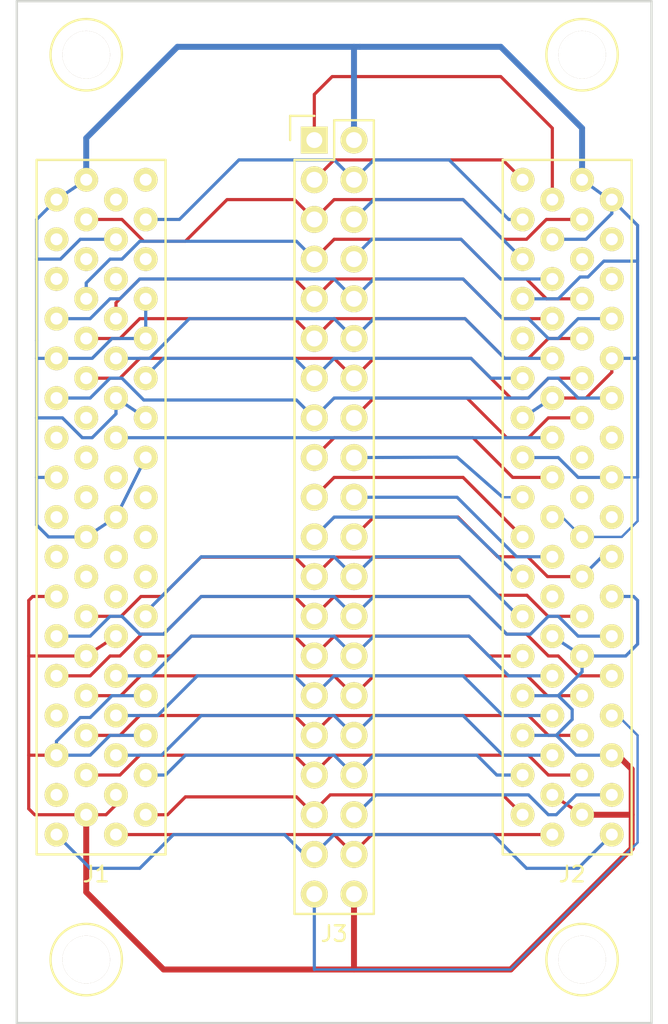
<source format=kicad_pcb>
(kicad_pcb (version 4) (host pcbnew 4.0.2-stable)

  (general
    (links 105)
    (no_connects 1)
    (area 116.764999 93.269999 157.555001 158.825001)
    (thickness 1.6)
    (drawings 5)
    (tracks 430)
    (zones 0)
    (modules 7)
    (nets 72)
  )

  (page A4)
  (layers
    (0 F.Cu signal)
    (31 B.Cu signal)
    (32 B.Adhes user)
    (33 F.Adhes user)
    (34 B.Paste user)
    (35 F.Paste user)
    (36 B.SilkS user)
    (37 F.SilkS user)
    (38 B.Mask user)
    (39 F.Mask user)
    (40 Dwgs.User user)
    (41 Cmts.User user)
    (42 Eco1.User user)
    (43 Eco2.User user)
    (44 Edge.Cuts user)
    (45 Margin user)
    (46 B.CrtYd user)
    (47 F.CrtYd user)
    (48 B.Fab user)
    (49 F.Fab user)
  )

  (setup
    (last_trace_width 0.1524)
    (trace_clearance 0.1524)
    (zone_clearance 0.508)
    (zone_45_only no)
    (trace_min 0.1524)
    (segment_width 0.2)
    (edge_width 0.15)
    (via_size 0.6858)
    (via_drill 0.3302)
    (via_min_size 0.6858)
    (via_min_drill 0.3302)
    (uvia_size 0.762)
    (uvia_drill 0.508)
    (uvias_allowed no)
    (uvia_min_size 0)
    (uvia_min_drill 0)
    (pcb_text_width 0.3)
    (pcb_text_size 1.5 1.5)
    (mod_edge_width 0.15)
    (mod_text_size 1 1)
    (mod_text_width 0.15)
    (pad_size 3.048 3.048)
    (pad_drill 3.048)
    (pad_to_mask_clearance 0.2)
    (aux_axis_origin 0 0)
    (visible_elements 7FFFFFFF)
    (pcbplotparams
      (layerselection 0x00030_80000001)
      (usegerberextensions false)
      (excludeedgelayer true)
      (linewidth 0.100000)
      (plotframeref false)
      (viasonmask false)
      (mode 1)
      (useauxorigin false)
      (hpglpennumber 1)
      (hpglpenspeed 20)
      (hpglpendiameter 15)
      (hpglpenoverlay 2)
      (psnegative false)
      (psa4output false)
      (plotreference true)
      (plotvalue true)
      (plotinvisibletext false)
      (padsonsilk false)
      (subtractmaskfromsilk false)
      (outputformat 1)
      (mirror false)
      (drillshape 1)
      (scaleselection 1)
      (outputdirectory ""))
  )

  (net 0 "")
  (net 1 "Net-(J1-Pad1)")
  (net 2 "Net-(J1-Pad2)")
  (net 3 /EncoderRZ)
  (net 4 "Net-(J1-Pad5)")
  (net 5 "Net-(J1-Pad6)")
  (net 6 /EncoderCZ)
  (net 7 /EncoderCA)
  (net 8 "Net-(J1-Pad17)")
  (net 9 "Net-(J1-Pad19)")
  (net 10 "Net-(J1-Pad21)")
  (net 11 "Net-(J1-Pad16)")
  (net 12 "Net-(J1-Pad20)")
  (net 13 "Net-(J1-Pad22)")
  (net 14 /FTRU5)
  (net 15 /FTRU4)
  (net 16 /FTRU3)
  (net 17 /FTLU5)
  (net 18 /FTLU4)
  (net 19 /FTRU2)
  (net 20 /FTLU2)
  (net 21 /FTRU1)
  (net 22 /EncoderRA)
  (net 23 "Net-(J1-Pad38)")
  (net 24 "Net-(J1-Pad39)")
  (net 25 "Net-(J1-Pad40)")
  (net 26 /EncoderLZ)
  (net 27 /EncoderLA)
  (net 28 /EncoderCB)
  (net 29 /EncoderRB)
  (net 30 /EncoderLB)
  (net 31 "Net-(J1-Pad47)")
  (net 32 "Net-(J1-Pad48)")
  (net 33 "Net-(J1-Pad49)")
  (net 34 "Net-(J1-Pad51)")
  (net 35 "Net-(J1-Pad52)")
  (net 36 /FTRU6)
  (net 37 /TFLU6)
  (net 38 /UpedalL)
  (net 39 "Net-(J1-Pad62)")
  (net 40 /UpedalR)
  (net 41 /FTLU3)
  (net 42 "Net-(J1-Pad66)")
  (net 43 /FTLU1)
  (net 44 "Net-(J2-Pad22)")
  (net 45 "Net-(J2-Pad38)")
  (net 46 "Net-(J2-Pad39)")
  (net 47 "Net-(J2-Pad40)")
  (net 48 "Net-(J2-Pad48)")
  (net 49 "Net-(J2-Pad49)")
  (net 50 "Net-(J2-Pad51)")
  (net 51 "Net-(J2-Pad52)")
  (net 52 /DGnd)
  (net 53 /VCC1)
  (net 54 /VCC2)
  (net 55 /AI_GND)
  (net 56 /AO_Gnd)
  (net 57 /PFI_14)
  (net 58 /PFI_12)
  (net 59 /PFI_6)
  (net 60 /PFI_5)
  (net 61 /P0.6)
  (net 62 /P.1)
  (net 63 /P0.4)
  (net 64 /APFI_0)
  (net 65 /P0.3)
  (net 66 /AO_1)
  (net 67 /UCrank)
  (net 68 /AI_SENSE)
  (net 69 /AI_9)
  (net 70 "Net-(J1-Pad54)")
  (net 71 "Net-(J1-Pad55)")

  (net_class Default "This is the default net class."
    (clearance 0.1524)
    (trace_width 0.1524)
    (via_dia 0.6858)
    (via_drill 0.3302)
    (uvia_dia 0.762)
    (uvia_drill 0.508)
    (add_net "Net-(J1-Pad54)")
    (add_net "Net-(J1-Pad55)")
  )

  (net_class GND ""
    (clearance 0.1778)
    (trace_width 0.381)
    (via_dia 0.6858)
    (via_drill 0.3302)
    (uvia_dia 0.762)
    (uvia_drill 0.508)
  )

  (net_class consirvativeTrace ""
    (clearance 0.2032)
    (trace_width 0.2032)
    (via_dia 0.6858)
    (via_drill 0.3302)
    (uvia_dia 0.762)
    (uvia_drill 0.508)
    (add_net /AI_9)
    (add_net /AI_GND)
    (add_net /AI_SENSE)
    (add_net /AO_1)
    (add_net /AO_Gnd)
    (add_net /APFI_0)
    (add_net /DGnd)
    (add_net /EncoderCA)
    (add_net /EncoderCB)
    (add_net /EncoderCZ)
    (add_net /EncoderLA)
    (add_net /EncoderLB)
    (add_net /EncoderLZ)
    (add_net /EncoderRA)
    (add_net /EncoderRB)
    (add_net /EncoderRZ)
    (add_net /FTLU1)
    (add_net /FTLU2)
    (add_net /FTLU3)
    (add_net /FTLU4)
    (add_net /FTLU5)
    (add_net /FTRU1)
    (add_net /FTRU2)
    (add_net /FTRU3)
    (add_net /FTRU4)
    (add_net /FTRU5)
    (add_net /FTRU6)
    (add_net /P.1)
    (add_net /P0.3)
    (add_net /P0.4)
    (add_net /P0.6)
    (add_net /PFI_12)
    (add_net /PFI_14)
    (add_net /PFI_5)
    (add_net /PFI_6)
    (add_net /TFLU6)
    (add_net /UCrank)
    (add_net /UpedalL)
    (add_net /UpedalR)
    (add_net /VCC1)
    (add_net /VCC2)
    (add_net "Net-(J1-Pad1)")
    (add_net "Net-(J1-Pad16)")
    (add_net "Net-(J1-Pad17)")
    (add_net "Net-(J1-Pad19)")
    (add_net "Net-(J1-Pad2)")
    (add_net "Net-(J1-Pad20)")
    (add_net "Net-(J1-Pad21)")
    (add_net "Net-(J1-Pad22)")
    (add_net "Net-(J1-Pad38)")
    (add_net "Net-(J1-Pad39)")
    (add_net "Net-(J1-Pad40)")
    (add_net "Net-(J1-Pad47)")
    (add_net "Net-(J1-Pad48)")
    (add_net "Net-(J1-Pad49)")
    (add_net "Net-(J1-Pad5)")
    (add_net "Net-(J1-Pad51)")
    (add_net "Net-(J1-Pad52)")
    (add_net "Net-(J1-Pad6)")
    (add_net "Net-(J1-Pad62)")
    (add_net "Net-(J1-Pad66)")
    (add_net "Net-(J2-Pad22)")
    (add_net "Net-(J2-Pad38)")
    (add_net "Net-(J2-Pad39)")
    (add_net "Net-(J2-Pad40)")
    (add_net "Net-(J2-Pad48)")
    (add_net "Net-(J2-Pad49)")
    (add_net "Net-(J2-Pad51)")
    (add_net "Net-(J2-Pad52)")
  )

  (module PinConn:NI68PinConnector (layer F.Cu) (tedit 57968792) (tstamp 57958BD2)
    (at 123.19 102.87)
    (path /579288CE)
    (fp_text reference J1 (at -1.27 46.355) (layer F.SilkS)
      (effects (font (size 1 1) (thickness 0.15)))
    )
    (fp_text value NI68PinConnector (at -0.635 -0.635) (layer F.Fab)
      (effects (font (size 1 1) (thickness 0.15)))
    )
    (fp_line (start -5.08 0.635) (end 3.175 0.635) (layer F.SilkS) (width 0.15))
    (fp_line (start 3.175 0.635) (end 3.175 45.085) (layer F.SilkS) (width 0.15))
    (fp_line (start 3.175 45.085) (end -5.08 45.085) (layer F.SilkS) (width 0.15))
    (fp_line (start -5.08 45.085) (end -5.08 0.635) (layer F.SilkS) (width 0.15))
    (pad 1 thru_hole circle (at 1.905 1.905) (size 1.524 1.524) (drill 0.762) (layers *.Cu *.Mask F.SilkS)
      (net 1 "Net-(J1-Pad1)"))
    (pad 2 thru_hole circle (at 0 3.175) (size 1.524 1.524) (drill 0.762) (layers *.Cu *.Mask F.SilkS)
      (net 2 "Net-(J1-Pad2)"))
    (pad 3 thru_hole circle (at 1.905 4.445) (size 1.524 1.524) (drill 0.762) (layers *.Cu *.Mask F.SilkS)
      (net 3 /EncoderRZ))
    (pad 4 thru_hole circle (at 0 5.715) (size 1.524 1.524) (drill 0.762) (layers *.Cu *.Mask F.SilkS)
      (net 52 /DGnd))
    (pad 5 thru_hole circle (at 1.905 6.985) (size 1.524 1.524) (drill 0.762) (layers *.Cu *.Mask F.SilkS)
      (net 4 "Net-(J1-Pad5)"))
    (pad 6 thru_hole circle (at 0 8.255) (size 1.524 1.524) (drill 0.762) (layers *.Cu *.Mask F.SilkS)
      (net 5 "Net-(J1-Pad6)"))
    (pad 7 thru_hole circle (at 1.905 9.525) (size 1.524 1.524) (drill 0.762) (layers *.Cu *.Mask F.SilkS)
      (net 52 /DGnd))
    (pad 8 thru_hole circle (at 0 10.795) (size 1.524 1.524) (drill 0.762) (layers *.Cu *.Mask F.SilkS)
      (net 53 /VCC1))
    (pad 9 thru_hole circle (at 1.905 12.065) (size 1.524 1.524) (drill 0.762) (layers *.Cu *.Mask F.SilkS)
      (net 52 /DGnd))
    (pad 10 thru_hole circle (at 0 13.335) (size 1.524 1.524) (drill 0.762) (layers *.Cu *.Mask F.SilkS)
      (net 6 /EncoderCZ))
    (pad 11 thru_hole circle (at 1.905 14.605) (size 1.524 1.524) (drill 0.762) (layers *.Cu *.Mask F.SilkS)
      (net 7 /EncoderCA))
    (pad 12 thru_hole circle (at 0 15.875) (size 1.524 1.524) (drill 0.762) (layers *.Cu *.Mask F.SilkS)
      (net 52 /DGnd))
    (pad 13 thru_hole circle (at 1.905 17.145) (size 1.524 1.524) (drill 0.762) (layers *.Cu *.Mask F.SilkS)
      (net 52 /DGnd))
    (pad 14 thru_hole circle (at 0 18.415) (size 1.524 1.524) (drill 0.762) (layers *.Cu *.Mask F.SilkS)
      (net 54 /VCC2))
    (pad 15 thru_hole circle (at 1.905 19.685) (size 1.524 1.524) (drill 0.762) (layers *.Cu *.Mask F.SilkS)
      (net 52 /DGnd))
    (pad 17 thru_hole circle (at 1.905 22.225) (size 1.524 1.524) (drill 0.762) (layers *.Cu *.Mask F.SilkS)
      (net 8 "Net-(J1-Pad17)"))
    (pad 19 thru_hole circle (at 1.905 24.765) (size 1.524 1.524) (drill 0.762) (layers *.Cu *.Mask F.SilkS)
      (net 9 "Net-(J1-Pad19)"))
    (pad 21 thru_hole circle (at 1.905 27.305) (size 1.524 1.524) (drill 0.762) (layers *.Cu *.Mask F.SilkS)
      (net 10 "Net-(J1-Pad21)"))
    (pad 16 thru_hole circle (at 0 20.955) (size 1.524 1.524) (drill 0.762) (layers *.Cu *.Mask F.SilkS)
      (net 11 "Net-(J1-Pad16)"))
    (pad 18 thru_hole circle (at 0 23.495) (size 1.524 1.524) (drill 0.762) (layers *.Cu *.Mask F.SilkS)
      (net 52 /DGnd))
    (pad 20 thru_hole circle (at 0 26.035) (size 1.524 1.524) (drill 0.762) (layers *.Cu *.Mask F.SilkS)
      (net 12 "Net-(J1-Pad20)"))
    (pad 22 thru_hole circle (at 0 28.575) (size 1.524 1.524) (drill 0.762) (layers *.Cu *.Mask F.SilkS)
      (net 13 "Net-(J1-Pad22)"))
    (pad 23 thru_hole circle (at 1.905 29.845) (size 1.524 1.524) (drill 0.762) (layers *.Cu *.Mask F.SilkS)
      (net 14 /FTRU5))
    (pad 24 thru_hole circle (at 0 31.115) (size 1.524 1.524) (drill 0.762) (layers *.Cu *.Mask F.SilkS)
      (net 55 /AI_GND))
    (pad 25 thru_hole circle (at 1.905 32.385) (size 1.524 1.524) (drill 0.762) (layers *.Cu *.Mask F.SilkS)
      (net 15 /FTRU4))
    (pad 26 thru_hole circle (at 0 33.655) (size 1.524 1.524) (drill 0.762) (layers *.Cu *.Mask F.SilkS)
      (net 16 /FTRU3))
    (pad 27 thru_hole circle (at 1.905 34.925) (size 1.524 1.524) (drill 0.762) (layers *.Cu *.Mask F.SilkS)
      (net 55 /AI_GND))
    (pad 28 thru_hole circle (at 0 36.195) (size 1.524 1.524) (drill 0.762) (layers *.Cu *.Mask F.SilkS)
      (net 17 /FTLU5))
    (pad 29 thru_hole circle (at 1.905 37.465) (size 1.524 1.524) (drill 0.762) (layers *.Cu *.Mask F.SilkS)
      (net 55 /AI_GND))
    (pad 30 thru_hole circle (at 0 38.735) (size 1.524 1.524) (drill 0.762) (layers *.Cu *.Mask F.SilkS)
      (net 18 /FTLU4))
    (pad 31 thru_hole circle (at 1.905 40.005) (size 1.524 1.524) (drill 0.762) (layers *.Cu *.Mask F.SilkS)
      (net 19 /FTRU2))
    (pad 32 thru_hole circle (at 0 41.275) (size 1.524 1.524) (drill 0.762) (layers *.Cu *.Mask F.SilkS)
      (net 55 /AI_GND))
    (pad 33 thru_hole circle (at 1.905 42.545) (size 1.524 1.524) (drill 0.762) (layers *.Cu *.Mask F.SilkS)
      (net 20 /FTLU2))
    (pad 34 thru_hole circle (at 0 43.815) (size 1.524 1.524) (drill 0.762) (layers *.Cu *.Mask F.SilkS)
      (net 21 /FTRU1))
    (pad 35 thru_hole circle (at -1.905 1.905) (size 1.524 1.524) (drill 0.762) (layers *.Cu *.Mask F.SilkS)
      (net 52 /DGnd))
    (pad 36 thru_hole circle (at -3.81 3.175) (size 1.524 1.524) (drill 0.762) (layers *.Cu *.Mask F.SilkS)
      (net 52 /DGnd))
    (pad 37 thru_hole circle (at -1.905 4.445) (size 1.524 1.524) (drill 0.762) (layers *.Cu *.Mask F.SilkS)
      (net 22 /EncoderRA))
    (pad 38 thru_hole circle (at -3.81 5.715) (size 1.524 1.524) (drill 0.762) (layers *.Cu *.Mask F.SilkS)
      (net 23 "Net-(J1-Pad38)"))
    (pad 39 thru_hole circle (at -1.905 6.985) (size 1.524 1.524) (drill 0.762) (layers *.Cu *.Mask F.SilkS)
      (net 24 "Net-(J1-Pad39)"))
    (pad 40 thru_hole circle (at -3.81 8.255) (size 1.524 1.524) (drill 0.762) (layers *.Cu *.Mask F.SilkS)
      (net 25 "Net-(J1-Pad40)"))
    (pad 41 thru_hole circle (at -1.905 9.525) (size 1.524 1.524) (drill 0.762) (layers *.Cu *.Mask F.SilkS)
      (net 26 /EncoderLZ))
    (pad 42 thru_hole circle (at -3.81 10.795) (size 1.524 1.524) (drill 0.762) (layers *.Cu *.Mask F.SilkS)
      (net 27 /EncoderLA))
    (pad 43 thru_hole circle (at -1.905 12.065) (size 1.524 1.524) (drill 0.762) (layers *.Cu *.Mask F.SilkS)
      (net 28 /EncoderCB))
    (pad 44 thru_hole circle (at -3.81 13.335) (size 1.524 1.524) (drill 0.762) (layers *.Cu *.Mask F.SilkS)
      (net 52 /DGnd))
    (pad 45 thru_hole circle (at -1.905 14.605) (size 1.524 1.524) (drill 0.762) (layers *.Cu *.Mask F.SilkS)
      (net 29 /EncoderRB))
    (pad 46 thru_hole circle (at -3.81 15.875) (size 1.524 1.524) (drill 0.762) (layers *.Cu *.Mask F.SilkS)
      (net 30 /EncoderLB))
    (pad 47 thru_hole circle (at -1.905 17.145) (size 1.524 1.524) (drill 0.762) (layers *.Cu *.Mask F.SilkS)
      (net 31 "Net-(J1-Pad47)"))
    (pad 48 thru_hole circle (at -3.81 18.415) (size 1.524 1.524) (drill 0.762) (layers *.Cu *.Mask F.SilkS)
      (net 32 "Net-(J1-Pad48)"))
    (pad 49 thru_hole circle (at -1.905 19.685) (size 1.524 1.524) (drill 0.762) (layers *.Cu *.Mask F.SilkS)
      (net 33 "Net-(J1-Pad49)"))
    (pad 50 thru_hole circle (at -3.81 20.955) (size 1.524 1.524) (drill 0.762) (layers *.Cu *.Mask F.SilkS)
      (net 52 /DGnd))
    (pad 51 thru_hole circle (at -1.905 22.225) (size 1.524 1.524) (drill 0.762) (layers *.Cu *.Mask F.SilkS)
      (net 34 "Net-(J1-Pad51)"))
    (pad 52 thru_hole circle (at -3.81 23.495) (size 1.524 1.524) (drill 0.762) (layers *.Cu *.Mask F.SilkS)
      (net 35 "Net-(J1-Pad52)"))
    (pad 53 thru_hole circle (at -1.905 24.765) (size 1.524 1.524) (drill 0.762) (layers *.Cu *.Mask F.SilkS)
      (net 52 /DGnd))
    (pad 54 thru_hole circle (at -3.81 26.035) (size 1.524 1.524) (drill 0.762) (layers *.Cu *.Mask F.SilkS)
      (net 70 "Net-(J1-Pad54)"))
    (pad 55 thru_hole circle (at -1.905 27.305) (size 1.524 1.524) (drill 0.762) (layers *.Cu *.Mask F.SilkS)
      (net 71 "Net-(J1-Pad55)"))
    (pad 56 thru_hole circle (at -3.81 28.575) (size 1.524 1.524) (drill 0.762) (layers *.Cu *.Mask F.SilkS)
      (net 55 /AI_GND))
    (pad 57 thru_hole circle (at -1.905 29.845) (size 1.524 1.524) (drill 0.762) (layers *.Cu *.Mask F.SilkS)
      (net 36 /FTRU6))
    (pad 58 thru_hole circle (at -3.81 31.115) (size 1.524 1.524) (drill 0.762) (layers *.Cu *.Mask F.SilkS)
      (net 67 /UCrank))
    (pad 59 thru_hole circle (at -1.905 32.385) (size 1.524 1.524) (drill 0.762) (layers *.Cu *.Mask F.SilkS)
      (net 55 /AI_GND))
    (pad 60 thru_hole circle (at -3.81 33.655) (size 1.524 1.524) (drill 0.762) (layers *.Cu *.Mask F.SilkS)
      (net 37 /TFLU6))
    (pad 61 thru_hole circle (at -1.905 34.925) (size 1.524 1.524) (drill 0.762) (layers *.Cu *.Mask F.SilkS)
      (net 38 /UpedalL))
    (pad 62 thru_hole circle (at -3.81 36.195) (size 1.524 1.524) (drill 0.762) (layers *.Cu *.Mask F.SilkS)
      (net 39 "Net-(J1-Pad62)"))
    (pad 63 thru_hole circle (at -1.905 37.465) (size 1.524 1.524) (drill 0.762) (layers *.Cu *.Mask F.SilkS)
      (net 40 /UpedalR))
    (pad 64 thru_hole circle (at -3.81 38.735) (size 1.524 1.524) (drill 0.762) (layers *.Cu *.Mask F.SilkS)
      (net 55 /AI_GND))
    (pad 65 thru_hole circle (at -1.905 40.005) (size 1.524 1.524) (drill 0.762) (layers *.Cu *.Mask F.SilkS)
      (net 41 /FTLU3))
    (pad 66 thru_hole circle (at -3.81 41.275) (size 1.524 1.524) (drill 0.762) (layers *.Cu *.Mask F.SilkS)
      (net 42 "Net-(J1-Pad66)"))
    (pad 67 thru_hole circle (at -1.905 42.545) (size 1.524 1.524) (drill 0.762) (layers *.Cu *.Mask F.SilkS)
      (net 55 /AI_GND))
    (pad 68 thru_hole circle (at -3.81 43.815) (size 1.524 1.524) (drill 0.762) (layers *.Cu *.Mask F.SilkS)
      (net 43 /FTLU1))
  )

  (module PinConn:NI68PinConnectorMirror (layer F.Cu) (tedit 5795B5F2) (tstamp 5795BDED)
    (at 149.225 104.14)
    (path /5792891F)
    (fp_text reference J2 (at 3.175 45.085) (layer F.SilkS)
      (effects (font (size 1 1) (thickness 0.15)))
    )
    (fp_text value NI68PinConnector (at 2.54 -1.905) (layer F.Fab)
      (effects (font (size 1 1) (thickness 0.15)))
    )
    (fp_line (start -1.27 -0.635) (end 6.985 -0.635) (layer F.SilkS) (width 0.15))
    (fp_line (start 6.985 -0.635) (end 6.985 43.815) (layer F.SilkS) (width 0.15))
    (fp_line (start 6.985 43.815) (end -1.27 43.815) (layer F.SilkS) (width 0.15))
    (fp_line (start -1.27 43.815) (end -1.27 -0.635) (layer F.SilkS) (width 0.15))
    (pad 1 thru_hole circle (at 0 0.635) (size 1.524 1.524) (drill 0.762) (layers *.Cu *.Mask F.SilkS)
      (net 57 /PFI_14))
    (pad 2 thru_hole circle (at 1.905 1.905) (size 1.524 1.524) (drill 0.762) (layers *.Cu *.Mask F.SilkS)
      (net 58 /PFI_12))
    (pad 3 thru_hole circle (at 0 3.175) (size 1.524 1.524) (drill 0.762) (layers *.Cu *.Mask F.SilkS)
      (net 3 /EncoderRZ))
    (pad 4 thru_hole circle (at 1.905 4.445) (size 1.524 1.524) (drill 0.762) (layers *.Cu *.Mask F.SilkS)
      (net 52 /DGnd))
    (pad 5 thru_hole circle (at 0 5.715) (size 1.524 1.524) (drill 0.762) (layers *.Cu *.Mask F.SilkS)
      (net 59 /PFI_6))
    (pad 6 thru_hole circle (at 1.905 6.985) (size 1.524 1.524) (drill 0.762) (layers *.Cu *.Mask F.SilkS)
      (net 60 /PFI_5))
    (pad 7 thru_hole circle (at 0 8.255) (size 1.524 1.524) (drill 0.762) (layers *.Cu *.Mask F.SilkS)
      (net 52 /DGnd))
    (pad 8 thru_hole circle (at 1.905 9.525) (size 1.524 1.524) (drill 0.762) (layers *.Cu *.Mask F.SilkS)
      (net 53 /VCC1))
    (pad 9 thru_hole circle (at 0 10.795) (size 1.524 1.524) (drill 0.762) (layers *.Cu *.Mask F.SilkS)
      (net 52 /DGnd))
    (pad 10 thru_hole circle (at 1.905 12.065) (size 1.524 1.524) (drill 0.762) (layers *.Cu *.Mask F.SilkS)
      (net 6 /EncoderCZ))
    (pad 11 thru_hole circle (at 0 13.335) (size 1.524 1.524) (drill 0.762) (layers *.Cu *.Mask F.SilkS)
      (net 7 /EncoderCA))
    (pad 12 thru_hole circle (at 1.905 14.605) (size 1.524 1.524) (drill 0.762) (layers *.Cu *.Mask F.SilkS)
      (net 52 /DGnd))
    (pad 13 thru_hole circle (at 0 15.875) (size 1.524 1.524) (drill 0.762) (layers *.Cu *.Mask F.SilkS)
      (net 52 /DGnd))
    (pad 14 thru_hole circle (at 1.905 17.145) (size 1.524 1.524) (drill 0.762) (layers *.Cu *.Mask F.SilkS)
      (net 54 /VCC2))
    (pad 15 thru_hole circle (at 0 18.415) (size 1.524 1.524) (drill 0.762) (layers *.Cu *.Mask F.SilkS)
      (net 52 /DGnd))
    (pad 16 thru_hole circle (at 1.905 19.685) (size 1.524 1.524) (drill 0.762) (layers *.Cu *.Mask F.SilkS)
      (net 61 /P0.6))
    (pad 17 thru_hole circle (at 0 20.955) (size 1.524 1.524) (drill 0.762) (layers *.Cu *.Mask F.SilkS)
      (net 62 /P.1))
    (pad 18 thru_hole circle (at 1.905 22.225) (size 1.524 1.524) (drill 0.762) (layers *.Cu *.Mask F.SilkS)
      (net 52 /DGnd))
    (pad 19 thru_hole circle (at 0 23.495) (size 1.524 1.524) (drill 0.762) (layers *.Cu *.Mask F.SilkS)
      (net 63 /P0.4))
    (pad 20 thru_hole circle (at 1.905 24.765) (size 1.524 1.524) (drill 0.762) (layers *.Cu *.Mask F.SilkS)
      (net 64 /APFI_0))
    (pad 21 thru_hole circle (at 0 26.035) (size 1.524 1.524) (drill 0.762) (layers *.Cu *.Mask F.SilkS)
      (net 66 /AO_1))
    (pad 22 thru_hole circle (at 1.905 27.305) (size 1.524 1.524) (drill 0.762) (layers *.Cu *.Mask F.SilkS)
      (net 44 "Net-(J2-Pad22)"))
    (pad 23 thru_hole circle (at 0 28.575) (size 1.524 1.524) (drill 0.762) (layers *.Cu *.Mask F.SilkS)
      (net 14 /FTRU5))
    (pad 24 thru_hole circle (at 1.905 29.845) (size 1.524 1.524) (drill 0.762) (layers *.Cu *.Mask F.SilkS)
      (net 55 /AI_GND))
    (pad 25 thru_hole circle (at 0 31.115) (size 1.524 1.524) (drill 0.762) (layers *.Cu *.Mask F.SilkS)
      (net 15 /FTRU4))
    (pad 26 thru_hole circle (at 1.905 32.385) (size 1.524 1.524) (drill 0.762) (layers *.Cu *.Mask F.SilkS)
      (net 16 /FTRU3))
    (pad 27 thru_hole circle (at 0 33.655) (size 1.524 1.524) (drill 0.762) (layers *.Cu *.Mask F.SilkS)
      (net 55 /AI_GND))
    (pad 28 thru_hole circle (at 1.905 34.925) (size 1.524 1.524) (drill 0.762) (layers *.Cu *.Mask F.SilkS)
      (net 17 /FTLU5))
    (pad 29 thru_hole circle (at 0 36.195) (size 1.524 1.524) (drill 0.762) (layers *.Cu *.Mask F.SilkS)
      (net 55 /AI_GND))
    (pad 30 thru_hole circle (at 1.905 37.465) (size 1.524 1.524) (drill 0.762) (layers *.Cu *.Mask F.SilkS)
      (net 18 /FTLU4))
    (pad 31 thru_hole circle (at 0 38.735) (size 1.524 1.524) (drill 0.762) (layers *.Cu *.Mask F.SilkS)
      (net 19 /FTRU2))
    (pad 32 thru_hole circle (at 1.905 40.005) (size 1.524 1.524) (drill 0.762) (layers *.Cu *.Mask F.SilkS)
      (net 55 /AI_GND))
    (pad 33 thru_hole circle (at 0 41.275) (size 1.524 1.524) (drill 0.762) (layers *.Cu *.Mask F.SilkS)
      (net 20 /FTLU2))
    (pad 34 thru_hole circle (at 1.905 42.545) (size 1.524 1.524) (drill 0.762) (layers *.Cu *.Mask F.SilkS)
      (net 21 /FTRU1))
    (pad 35 thru_hole circle (at 3.81 0.635) (size 1.524 1.524) (drill 0.762) (layers *.Cu *.Mask F.SilkS)
      (net 52 /DGnd))
    (pad 36 thru_hole circle (at 5.715 1.905) (size 1.524 1.524) (drill 0.762) (layers *.Cu *.Mask F.SilkS)
      (net 52 /DGnd))
    (pad 37 thru_hole circle (at 3.81 3.175) (size 1.524 1.524) (drill 0.762) (layers *.Cu *.Mask F.SilkS)
      (net 22 /EncoderRA))
    (pad 38 thru_hole circle (at 5.715 4.445) (size 1.524 1.524) (drill 0.762) (layers *.Cu *.Mask F.SilkS)
      (net 45 "Net-(J2-Pad38)"))
    (pad 39 thru_hole circle (at 3.81 5.715) (size 1.524 1.524) (drill 0.762) (layers *.Cu *.Mask F.SilkS)
      (net 46 "Net-(J2-Pad39)"))
    (pad 40 thru_hole circle (at 5.715 6.985) (size 1.524 1.524) (drill 0.762) (layers *.Cu *.Mask F.SilkS)
      (net 47 "Net-(J2-Pad40)"))
    (pad 41 thru_hole circle (at 3.81 8.255) (size 1.524 1.524) (drill 0.762) (layers *.Cu *.Mask F.SilkS)
      (net 26 /EncoderLZ))
    (pad 42 thru_hole circle (at 5.715 9.525) (size 1.524 1.524) (drill 0.762) (layers *.Cu *.Mask F.SilkS)
      (net 27 /EncoderLA))
    (pad 43 thru_hole circle (at 3.81 10.795) (size 1.524 1.524) (drill 0.762) (layers *.Cu *.Mask F.SilkS)
      (net 28 /EncoderCB))
    (pad 44 thru_hole circle (at 5.715 12.065) (size 1.524 1.524) (drill 0.762) (layers *.Cu *.Mask F.SilkS)
      (net 52 /DGnd))
    (pad 45 thru_hole circle (at 3.81 13.335) (size 1.524 1.524) (drill 0.762) (layers *.Cu *.Mask F.SilkS)
      (net 29 /EncoderRB))
    (pad 46 thru_hole circle (at 5.715 14.605) (size 1.524 1.524) (drill 0.762) (layers *.Cu *.Mask F.SilkS)
      (net 30 /EncoderLB))
    (pad 47 thru_hole circle (at 3.81 15.875) (size 1.524 1.524) (drill 0.762) (layers *.Cu *.Mask F.SilkS)
      (net 65 /P0.3))
    (pad 48 thru_hole circle (at 5.715 17.145) (size 1.524 1.524) (drill 0.762) (layers *.Cu *.Mask F.SilkS)
      (net 48 "Net-(J2-Pad48)"))
    (pad 49 thru_hole circle (at 3.81 18.415) (size 1.524 1.524) (drill 0.762) (layers *.Cu *.Mask F.SilkS)
      (net 49 "Net-(J2-Pad49)"))
    (pad 50 thru_hole circle (at 5.715 19.685) (size 1.524 1.524) (drill 0.762) (layers *.Cu *.Mask F.SilkS)
      (net 52 /DGnd))
    (pad 51 thru_hole circle (at 3.81 20.955) (size 1.524 1.524) (drill 0.762) (layers *.Cu *.Mask F.SilkS)
      (net 50 "Net-(J2-Pad51)"))
    (pad 52 thru_hole circle (at 5.715 22.225) (size 1.524 1.524) (drill 0.762) (layers *.Cu *.Mask F.SilkS)
      (net 51 "Net-(J2-Pad52)"))
    (pad 53 thru_hole circle (at 3.81 23.495) (size 1.524 1.524) (drill 0.762) (layers *.Cu *.Mask F.SilkS)
      (net 52 /DGnd))
    (pad 54 thru_hole circle (at 5.715 24.765) (size 1.524 1.524) (drill 0.762) (layers *.Cu *.Mask F.SilkS)
      (net 56 /AO_Gnd))
    (pad 55 thru_hole circle (at 3.81 26.035) (size 1.524 1.524) (drill 0.762) (layers *.Cu *.Mask F.SilkS)
      (net 56 /AO_Gnd))
    (pad 56 thru_hole circle (at 5.715 27.305) (size 1.524 1.524) (drill 0.762) (layers *.Cu *.Mask F.SilkS)
      (net 55 /AI_GND))
    (pad 57 thru_hole circle (at 3.81 28.575) (size 1.524 1.524) (drill 0.762) (layers *.Cu *.Mask F.SilkS)
      (net 36 /FTRU6))
    (pad 58 thru_hole circle (at 5.715 29.845) (size 1.524 1.524) (drill 0.762) (layers *.Cu *.Mask F.SilkS)
      (net 67 /UCrank))
    (pad 59 thru_hole circle (at 3.81 31.115) (size 1.524 1.524) (drill 0.762) (layers *.Cu *.Mask F.SilkS)
      (net 55 /AI_GND))
    (pad 60 thru_hole circle (at 5.715 32.385) (size 1.524 1.524) (drill 0.762) (layers *.Cu *.Mask F.SilkS)
      (net 37 /TFLU6))
    (pad 61 thru_hole circle (at 3.81 33.655) (size 1.524 1.524) (drill 0.762) (layers *.Cu *.Mask F.SilkS)
      (net 38 /UpedalL))
    (pad 62 thru_hole circle (at 5.715 34.925) (size 1.524 1.524) (drill 0.762) (layers *.Cu *.Mask F.SilkS)
      (net 68 /AI_SENSE))
    (pad 63 thru_hole circle (at 3.81 36.195) (size 1.524 1.524) (drill 0.762) (layers *.Cu *.Mask F.SilkS)
      (net 40 /UpedalR))
    (pad 64 thru_hole circle (at 5.715 37.465) (size 1.524 1.524) (drill 0.762) (layers *.Cu *.Mask F.SilkS)
      (net 55 /AI_GND))
    (pad 65 thru_hole circle (at 3.81 38.735) (size 1.524 1.524) (drill 0.762) (layers *.Cu *.Mask F.SilkS)
      (net 41 /FTLU3))
    (pad 66 thru_hole circle (at 5.715 40.005) (size 1.524 1.524) (drill 0.762) (layers *.Cu *.Mask F.SilkS)
      (net 69 /AI_9))
    (pad 67 thru_hole circle (at 3.81 41.275) (size 1.524 1.524) (drill 0.762) (layers *.Cu *.Mask F.SilkS)
      (net 55 /AI_GND))
    (pad 68 thru_hole circle (at 5.715 42.545) (size 1.524 1.524) (drill 0.762) (layers *.Cu *.Mask F.SilkS)
      (net 43 /FTLU1))
  )

  (module Connect:1pin (layer F.Cu) (tedit 57967B69) (tstamp 57967E67)
    (at 153.035 154.686)
    (descr "module 1 pin (ou trou mecanique de percage)")
    (tags DEV)
    (fp_text reference "" (at 0 -3.048) (layer F.SilkS)
      (effects (font (size 1 1) (thickness 0.15)))
    )
    (fp_text value 1pin (at 0 2.794) (layer F.Fab)
      (effects (font (size 1 1) (thickness 0.15)))
    )
    (fp_circle (center 0 0) (end 0 -2.286) (layer F.SilkS) (width 0.15))
    (pad 1 thru_hole circle (at 0 0) (size 3.048 3.048) (drill 3.048) (layers *.Cu *.Mask F.SilkS))
  )

  (module Connect:1pin (layer F.Cu) (tedit 57967C7D) (tstamp 57967E62)
    (at 121.285 154.686)
    (descr "module 1 pin (ou trou mecanique de percage)")
    (tags DEV)
    (fp_text reference "" (at 0 -3.048) (layer F.SilkS)
      (effects (font (size 1 1) (thickness 0.15)))
    )
    (fp_text value 1pin (at 0 2.794) (layer F.Fab)
      (effects (font (size 1 1) (thickness 0.15)))
    )
    (fp_circle (center 0 0) (end 0 -2.286) (layer F.SilkS) (width 0.15))
    (pad 1 thru_hole circle (at 0 0) (size 3.048 3.048) (drill 3.048) (layers *.Cu *.Mask F.SilkS))
  )

  (module Connect:1pin (layer F.Cu) (tedit 57968A41) (tstamp 57967BFD)
    (at 121.285 96.774)
    (descr "module 1 pin (ou trou mecanique de percage)")
    (tags DEV)
    (fp_text reference "" (at 0 -3.048) (layer F.SilkS)
      (effects (font (size 1 1) (thickness 0.15)))
    )
    (fp_text value 1pin (at 0 2.794) (layer F.Fab)
      (effects (font (size 1 1) (thickness 0.15)))
    )
    (fp_circle (center 0 0) (end 0 -2.286) (layer F.SilkS) (width 0.15))
    (pad 1 thru_hole circle (at 0 0) (size 3.048 3.048) (drill 3.048) (layers *.Cu *.Mask F.SilkS))
  )

  (module PinConn:Pin_Header_Straight_2x20 (layer F.Cu) (tedit 5796879D) (tstamp 57958C46)
    (at 135.89 102.235)
    (descr "Through hole pin header")
    (tags "pin header")
    (path /5792E064)
    (fp_text reference J3 (at 1.27 50.8) (layer F.SilkS)
      (effects (font (size 1 1) (thickness 0.15)))
    )
    (fp_text value PinHeaders (at 0 -3.1) (layer F.Fab)
      (effects (font (size 1 1) (thickness 0.15)))
    )
    (fp_line (start -1.75 -1.75) (end -1.75 50.05) (layer F.CrtYd) (width 0.05))
    (fp_line (start 4.3 -1.75) (end 4.3 50.05) (layer F.CrtYd) (width 0.05))
    (fp_line (start -1.75 -1.75) (end 4.3 -1.75) (layer F.CrtYd) (width 0.05))
    (fp_line (start -1.75 50.05) (end 4.3 50.05) (layer F.CrtYd) (width 0.05))
    (fp_line (start 3.81 49.53) (end 3.81 -1.27) (layer F.SilkS) (width 0.15))
    (fp_line (start -1.27 1.27) (end -1.27 49.53) (layer F.SilkS) (width 0.15))
    (fp_line (start 3.81 49.53) (end -1.27 49.53) (layer F.SilkS) (width 0.15))
    (fp_line (start 3.81 -1.27) (end 1.27 -1.27) (layer F.SilkS) (width 0.15))
    (fp_line (start 0 -1.55) (end -1.55 -1.55) (layer F.SilkS) (width 0.15))
    (fp_line (start 1.27 -1.27) (end 1.27 1.27) (layer F.SilkS) (width 0.15))
    (fp_line (start 1.27 1.27) (end -1.27 1.27) (layer F.SilkS) (width 0.15))
    (fp_line (start -1.55 -1.55) (end -1.55 0) (layer F.SilkS) (width 0.15))
    (pad 1 thru_hole rect (at 0 0) (size 1.7272 1.7272) (drill 1.016) (layers *.Cu *.Mask F.SilkS)
      (net 58 /PFI_12))
    (pad 2 thru_hole oval (at 2.54 0) (size 1.7272 1.7272) (drill 1.016) (layers *.Cu *.Mask F.SilkS)
      (net 52 /DGnd))
    (pad 3 thru_hole oval (at 0 2.54) (size 1.7272 1.7272) (drill 1.016) (layers *.Cu *.Mask F.SilkS)
      (net 57 /PFI_14))
    (pad 4 thru_hole oval (at 2.54 2.54) (size 1.7272 1.7272) (drill 1.016) (layers *.Cu *.Mask F.SilkS)
      (net 3 /EncoderRZ))
    (pad 5 thru_hole oval (at 0 5.08) (size 1.7272 1.7272) (drill 1.016) (layers *.Cu *.Mask F.SilkS)
      (net 22 /EncoderRA))
    (pad 6 thru_hole oval (at 2.54 5.08) (size 1.7272 1.7272) (drill 1.016) (layers *.Cu *.Mask F.SilkS)
      (net 59 /PFI_6))
    (pad 7 thru_hole oval (at 0 7.62) (size 1.7272 1.7272) (drill 1.016) (layers *.Cu *.Mask F.SilkS)
      (net 26 /EncoderLZ))
    (pad 8 thru_hole oval (at 2.54 7.62) (size 1.7272 1.7272) (drill 1.016) (layers *.Cu *.Mask F.SilkS)
      (net 60 /PFI_5))
    (pad 9 thru_hole oval (at 0 10.16) (size 1.7272 1.7272) (drill 1.016) (layers *.Cu *.Mask F.SilkS)
      (net 53 /VCC1))
    (pad 10 thru_hole oval (at 2.54 10.16) (size 1.7272 1.7272) (drill 1.016) (layers *.Cu *.Mask F.SilkS)
      (net 27 /EncoderLA))
    (pad 11 thru_hole oval (at 0 12.7) (size 1.7272 1.7272) (drill 1.016) (layers *.Cu *.Mask F.SilkS)
      (net 28 /EncoderCB))
    (pad 12 thru_hole oval (at 2.54 12.7) (size 1.7272 1.7272) (drill 1.016) (layers *.Cu *.Mask F.SilkS)
      (net 6 /EncoderCZ))
    (pad 13 thru_hole oval (at 0 15.24) (size 1.7272 1.7272) (drill 1.016) (layers *.Cu *.Mask F.SilkS)
      (net 7 /EncoderCA))
    (pad 14 thru_hole oval (at 2.54 15.24) (size 1.7272 1.7272) (drill 1.016) (layers *.Cu *.Mask F.SilkS)
      (net 29 /EncoderRB))
    (pad 15 thru_hole oval (at 0 17.78) (size 1.7272 1.7272) (drill 1.016) (layers *.Cu *.Mask F.SilkS)
      (net 30 /EncoderLB))
    (pad 16 thru_hole oval (at 2.54 17.78) (size 1.7272 1.7272) (drill 1.016) (layers *.Cu *.Mask F.SilkS)
      (net 65 /P0.3))
    (pad 17 thru_hole oval (at 0 20.32) (size 1.7272 1.7272) (drill 1.016) (layers *.Cu *.Mask F.SilkS)
      (net 61 /P0.6))
    (pad 18 thru_hole oval (at 2.54 20.32) (size 1.7272 1.7272) (drill 1.016) (layers *.Cu *.Mask F.SilkS)
      (net 62 /P.1))
    (pad 19 thru_hole oval (at 0 22.86) (size 1.7272 1.7272) (drill 1.016) (layers *.Cu *.Mask F.SilkS)
      (net 63 /P0.4))
    (pad 20 thru_hole oval (at 2.54 22.86) (size 1.7272 1.7272) (drill 1.016) (layers *.Cu *.Mask F.SilkS)
      (net 64 /APFI_0))
    (pad 21 thru_hole oval (at 0 25.4) (size 1.7272 1.7272) (drill 1.016) (layers *.Cu *.Mask F.SilkS)
      (net 66 /AO_1))
    (pad 22 thru_hole oval (at 2.54 25.4) (size 1.7272 1.7272) (drill 1.016) (layers *.Cu *.Mask F.SilkS)
      (net 56 /AO_Gnd))
    (pad 23 thru_hole oval (at 0 27.94) (size 1.7272 1.7272) (drill 1.016) (layers *.Cu *.Mask F.SilkS)
      (net 36 /FTRU6))
    (pad 24 thru_hole oval (at 2.54 27.94) (size 1.7272 1.7272) (drill 1.016) (layers *.Cu *.Mask F.SilkS)
      (net 14 /FTRU5))
    (pad 25 thru_hole oval (at 0 30.48) (size 1.7272 1.7272) (drill 1.016) (layers *.Cu *.Mask F.SilkS)
      (net 37 /TFLU6))
    (pad 26 thru_hole oval (at 2.54 30.48) (size 1.7272 1.7272) (drill 1.016) (layers *.Cu *.Mask F.SilkS)
      (net 67 /UCrank))
    (pad 27 thru_hole oval (at 0 33.02) (size 1.7272 1.7272) (drill 1.016) (layers *.Cu *.Mask F.SilkS)
      (net 15 /FTRU4))
    (pad 28 thru_hole oval (at 2.54 33.02) (size 1.7272 1.7272) (drill 1.016) (layers *.Cu *.Mask F.SilkS)
      (net 16 /FTRU3))
    (pad 29 thru_hole oval (at 0 35.56) (size 1.7272 1.7272) (drill 1.016) (layers *.Cu *.Mask F.SilkS)
      (net 17 /FTLU5))
    (pad 30 thru_hole oval (at 2.54 35.56) (size 1.7272 1.7272) (drill 1.016) (layers *.Cu *.Mask F.SilkS)
      (net 38 /UpedalL))
    (pad 31 thru_hole oval (at 0 38.1) (size 1.7272 1.7272) (drill 1.016) (layers *.Cu *.Mask F.SilkS)
      (net 40 /UpedalR))
    (pad 32 thru_hole oval (at 2.54 38.1) (size 1.7272 1.7272) (drill 1.016) (layers *.Cu *.Mask F.SilkS)
      (net 18 /FTLU4))
    (pad 33 thru_hole oval (at 0 40.64) (size 1.7272 1.7272) (drill 1.016) (layers *.Cu *.Mask F.SilkS)
      (net 41 /FTLU3))
    (pad 34 thru_hole oval (at 2.54 40.64) (size 1.7272 1.7272) (drill 1.016) (layers *.Cu *.Mask F.SilkS)
      (net 19 /FTRU2))
    (pad 35 thru_hole oval (at 0 43.18) (size 1.7272 1.7272) (drill 1.016) (layers *.Cu *.Mask F.SilkS)
      (net 20 /FTLU2))
    (pad 36 thru_hole oval (at 2.54 43.18) (size 1.7272 1.7272) (drill 1.016) (layers *.Cu *.Mask F.SilkS)
      (net 69 /AI_9))
    (pad 37 thru_hole oval (at 0 45.72) (size 1.7272 1.7272) (drill 1.016) (layers *.Cu *.Mask F.SilkS)
      (net 43 /FTLU1))
    (pad 38 thru_hole oval (at 2.54 45.72) (size 1.7272 1.7272) (drill 1.016) (layers *.Cu *.Mask F.SilkS)
      (net 21 /FTRU1))
    (pad 39 thru_hole oval (at 0 48.26) (size 1.7272 1.7272) (drill 1.016) (layers *.Cu *.Mask F.SilkS)
      (net 68 /AI_SENSE))
    (pad 40 thru_hole oval (at 2.54 48.26) (size 1.7272 1.7272) (drill 1.016) (layers *.Cu *.Mask F.SilkS)
      (net 55 /AI_GND))
    (model Pin_Headers.3dshapes/Pin_Header_Straight_2x20.wrl
      (at (xyz 0.05 -0.95 0))
      (scale (xyz 1 1 1))
      (rotate (xyz 0 0 90))
    )
  )

  (module Connect:1pin (layer F.Cu) (tedit 57967B69) (tstamp 579678E8)
    (at 153.035 96.774)
    (descr "module 1 pin (ou trou mecanique de percage)")
    (tags DEV)
    (fp_text reference "" (at 0 -3.048) (layer F.SilkS)
      (effects (font (size 1 1) (thickness 0.15)))
    )
    (fp_text value 1pin (at 0 2.794) (layer F.Fab)
      (effects (font (size 1 1) (thickness 0.15)))
    )
    (fp_circle (center 0 0) (end 0 -2.286) (layer F.SilkS) (width 0.15))
    (pad 1 thru_hole circle (at 0 0) (size 3.048 3.048) (drill 3.048) (layers *.Cu *.Mask F.SilkS))
  )

  (gr_line (start 116.84 158.75) (end 116.84 93.345) (angle 90) (layer Edge.Cuts) (width 0.15))
  (gr_line (start 157.48 158.75) (end 116.84 158.75) (angle 90) (layer Edge.Cuts) (width 0.15))
  (gr_line (start 157.48 93.345) (end 157.48 158.75) (angle 90) (layer Edge.Cuts) (width 0.15))
  (gr_line (start 153.67 93.345) (end 157.48 93.345) (angle 90) (layer Edge.Cuts) (width 0.15))
  (gr_line (start 116.84 93.345) (end 153.67 93.345) (angle 90) (layer Edge.Cuts) (width 0.15))

  (segment (start 149.225 107.315) (end 148.336 107.315) (width 0.2032) (layer B.Cu) (net 3))
  (segment (start 139.7 103.505) (end 138.43 104.775) (width 0.2032) (layer B.Cu) (net 3) (tstamp 57990D15))
  (segment (start 144.526 103.505) (end 139.7 103.505) (width 0.2032) (layer B.Cu) (net 3) (tstamp 57990D10))
  (segment (start 148.336 107.315) (end 144.526 103.505) (width 0.2032) (layer B.Cu) (net 3) (tstamp 57990D0C))
  (segment (start 138.43 104.775) (end 137.16 103.505) (width 0.2032) (layer B.Cu) (net 3))
  (segment (start 127.254 107.315) (end 131.064 103.505) (width 0.2032) (layer B.Cu) (net 3) (tstamp 57990CD9))
  (segment (start 131.064 103.505) (end 137.16 103.505) (width 0.2032) (layer B.Cu) (net 3) (tstamp 57990CEF))
  (segment (start 127.254 107.315) (end 125.095 107.315) (width 0.2032) (layer B.Cu) (net 3))
  (segment (start 138.43 114.935) (end 139.7 113.665) (width 0.2032) (layer B.Cu) (net 6))
  (segment (start 148.082 116.205) (end 151.13 116.205) (width 0.2032) (layer B.Cu) (net 6) (tstamp 57991447))
  (segment (start 145.542 113.665) (end 148.082 116.205) (width 0.2032) (layer B.Cu) (net 6) (tstamp 57991440))
  (segment (start 139.7 113.665) (end 145.542 113.665) (width 0.2032) (layer B.Cu) (net 6) (tstamp 5799143A))
  (segment (start 123.19 116.205) (end 125.349 116.205) (width 0.2032) (layer B.Cu) (net 6))
  (segment (start 137.16 113.665) (end 138.43 114.935) (width 0.2032) (layer B.Cu) (net 6) (tstamp 579912EC))
  (segment (start 127.889 113.665) (end 137.16 113.665) (width 0.2032) (layer B.Cu) (net 6) (tstamp 579912E3))
  (segment (start 125.349 116.205) (end 127.889 113.665) (width 0.2032) (layer B.Cu) (net 6) (tstamp 579912D6))
  (segment (start 149.225 117.475) (end 147.193 117.475) (width 0.2032) (layer B.Cu) (net 7))
  (segment (start 137.16 116.205) (end 135.89 117.475) (width 0.2032) (layer B.Cu) (net 7) (tstamp 57991468))
  (segment (start 145.923 116.205) (end 137.16 116.205) (width 0.2032) (layer B.Cu) (net 7) (tstamp 57991464))
  (segment (start 147.193 117.475) (end 145.923 116.205) (width 0.2032) (layer B.Cu) (net 7) (tstamp 5799145D))
  (segment (start 125.095 117.475) (end 125.095 117.348) (width 0.2032) (layer B.Cu) (net 7))
  (segment (start 125.095 117.348) (end 126.238 116.205) (width 0.2032) (layer B.Cu) (net 7) (tstamp 5799133D))
  (segment (start 126.238 116.205) (end 134.62 116.205) (width 0.2032) (layer B.Cu) (net 7) (tstamp 5799133E))
  (segment (start 134.62 116.205) (end 135.89 117.475) (width 0.2032) (layer B.Cu) (net 7) (tstamp 57991345))
  (segment (start 125.095 132.715) (end 125.095 132.461) (width 0.2032) (layer B.Cu) (net 14))
  (segment (start 125.095 132.461) (end 128.651 128.905) (width 0.2032) (layer B.Cu) (net 14) (tstamp 579807A5))
  (segment (start 128.651 128.905) (end 137.16 128.905) (width 0.2032) (layer B.Cu) (net 14) (tstamp 579807AF))
  (segment (start 137.16 128.905) (end 138.43 130.175) (width 0.2032) (layer B.Cu) (net 14) (tstamp 579807B6))
  (segment (start 149.225 132.715) (end 148.971 132.715) (width 0.2032) (layer B.Cu) (net 14))
  (segment (start 148.971 132.715) (end 145.161 128.905) (width 0.2032) (layer B.Cu) (net 14) (tstamp 5798043E))
  (segment (start 145.161 128.905) (end 139.7 128.905) (width 0.2032) (layer B.Cu) (net 14) (tstamp 57980444))
  (segment (start 139.7 128.905) (end 138.43 130.175) (width 0.2032) (layer B.Cu) (net 14) (tstamp 5798044C))
  (segment (start 149.225 135.255) (end 147.066 135.255) (width 0.2032) (layer F.Cu) (net 15))
  (segment (start 137.16 133.985) (end 135.89 135.255) (width 0.2032) (layer F.Cu) (net 15) (tstamp 57980949))
  (segment (start 145.796 133.985) (end 137.16 133.985) (width 0.2032) (layer F.Cu) (net 15) (tstamp 57980945))
  (segment (start 147.066 135.255) (end 145.796 133.985) (width 0.2032) (layer F.Cu) (net 15) (tstamp 5798093E))
  (segment (start 125.095 135.255) (end 126.746 135.255) (width 0.2032) (layer F.Cu) (net 15))
  (segment (start 134.62 133.985) (end 135.89 135.255) (width 0.2032) (layer F.Cu) (net 15) (tstamp 579808EC))
  (segment (start 128.016 133.985) (end 134.62 133.985) (width 0.2032) (layer F.Cu) (net 15) (tstamp 579808E5))
  (segment (start 126.746 135.255) (end 128.016 133.985) (width 0.2032) (layer F.Cu) (net 15) (tstamp 579808DA))
  (segment (start 138.43 135.255) (end 137.16 133.985) (width 0.2032) (layer B.Cu) (net 16))
  (segment (start 125.476 136.525) (end 123.19 136.525) (width 0.2032) (layer B.Cu) (net 16) (tstamp 57980B8E))
  (segment (start 128.016 133.985) (end 125.476 136.525) (width 0.2032) (layer B.Cu) (net 16) (tstamp 57980B7C))
  (segment (start 137.16 133.985) (end 128.016 133.985) (width 0.2032) (layer B.Cu) (net 16) (tstamp 57980B7A))
  (segment (start 138.43 135.255) (end 139.7 133.985) (width 0.2032) (layer B.Cu) (net 16))
  (segment (start 148.336 136.525) (end 151.13 136.525) (width 0.2032) (layer B.Cu) (net 16) (tstamp 57980964))
  (segment (start 145.796 133.985) (end 148.336 136.525) (width 0.2032) (layer B.Cu) (net 16) (tstamp 5798095F))
  (segment (start 139.7 133.985) (end 145.796 133.985) (width 0.2032) (layer B.Cu) (net 16) (tstamp 57980955))
  (segment (start 135.89 137.795) (end 137.16 136.525) (width 0.2032) (layer B.Cu) (net 17))
  (segment (start 147.955 139.065) (end 151.13 139.065) (width 0.2032) (layer B.Cu) (net 17) (tstamp 57980C78))
  (segment (start 145.415 136.525) (end 147.955 139.065) (width 0.2032) (layer B.Cu) (net 17) (tstamp 57980C6E))
  (segment (start 137.16 136.525) (end 145.415 136.525) (width 0.2032) (layer B.Cu) (net 17) (tstamp 57980C65))
  (segment (start 134.62 136.525) (end 128.397 136.525) (width 0.2032) (layer B.Cu) (net 17))
  (segment (start 135.89 137.795) (end 134.62 136.525) (width 0.2032) (layer B.Cu) (net 17))
  (segment (start 125.857 139.065) (end 123.19 139.065) (width 0.2032) (layer B.Cu) (net 17) (tstamp 57980C57))
  (segment (start 128.397 136.525) (end 125.857 139.065) (width 0.2032) (layer B.Cu) (net 17) (tstamp 57980C4B))
  (segment (start 138.43 140.335) (end 137.16 139.065) (width 0.2032) (layer B.Cu) (net 18))
  (segment (start 126.111 141.605) (end 123.19 141.605) (width 0.2032) (layer B.Cu) (net 18) (tstamp 5798136E))
  (segment (start 128.651 139.065) (end 126.111 141.605) (width 0.2032) (layer B.Cu) (net 18) (tstamp 57981364))
  (segment (start 137.16 139.065) (end 128.651 139.065) (width 0.2032) (layer B.Cu) (net 18) (tstamp 57981362))
  (segment (start 138.43 140.335) (end 139.7 139.065) (width 0.2032) (layer B.Cu) (net 18))
  (segment (start 147.955 141.605) (end 151.13 141.605) (width 0.2032) (layer B.Cu) (net 18) (tstamp 57981304))
  (segment (start 145.415 139.065) (end 147.955 141.605) (width 0.2032) (layer B.Cu) (net 18) (tstamp 579812F7))
  (segment (start 139.7 139.065) (end 145.415 139.065) (width 0.2032) (layer B.Cu) (net 18) (tstamp 579812F5))
  (segment (start 138.43 142.875) (end 137.16 141.605) (width 0.2032) (layer B.Cu) (net 19))
  (segment (start 126.365 142.875) (end 125.095 142.875) (width 0.2032) (layer B.Cu) (net 19) (tstamp 57981533))
  (segment (start 127.635 141.605) (end 126.365 142.875) (width 0.2032) (layer B.Cu) (net 19) (tstamp 57981527))
  (segment (start 137.16 141.605) (end 127.635 141.605) (width 0.2032) (layer B.Cu) (net 19) (tstamp 57981519))
  (segment (start 149.225 142.875) (end 147.574 142.875) (width 0.2032) (layer B.Cu) (net 19))
  (segment (start 139.7 141.605) (end 138.43 142.875) (width 0.2032) (layer B.Cu) (net 19) (tstamp 57981515))
  (segment (start 146.304 141.605) (end 139.7 141.605) (width 0.2032) (layer B.Cu) (net 19) (tstamp 57981512))
  (segment (start 147.574 142.875) (end 146.304 141.605) (width 0.2032) (layer B.Cu) (net 19) (tstamp 5798150C))
  (segment (start 135.89 145.415) (end 135.89 145.161) (width 0.2032) (layer F.Cu) (net 20))
  (segment (start 135.89 145.161) (end 136.906 144.145) (width 0.2032) (layer F.Cu) (net 20) (tstamp 57984220))
  (segment (start 147.955 144.145) (end 149.225 145.415) (width 0.2032) (layer F.Cu) (net 20) (tstamp 57984228))
  (segment (start 136.906 144.145) (end 147.955 144.145) (width 0.2032) (layer F.Cu) (net 20) (tstamp 57984222))
  (segment (start 125.095 145.415) (end 126.492 145.415) (width 0.2032) (layer F.Cu) (net 20))
  (segment (start 134.747 144.272) (end 135.89 145.415) (width 0.2032) (layer F.Cu) (net 20) (tstamp 57984087))
  (segment (start 127.635 144.272) (end 134.747 144.272) (width 0.2032) (layer F.Cu) (net 20) (tstamp 57984084))
  (segment (start 126.492 145.415) (end 127.635 144.272) (width 0.2032) (layer F.Cu) (net 20) (tstamp 57984078))
  (segment (start 138.43 147.955) (end 138.43 147.828) (width 0.2032) (layer F.Cu) (net 21))
  (segment (start 138.43 147.828) (end 139.573 146.685) (width 0.2032) (layer F.Cu) (net 21) (tstamp 579843EC))
  (segment (start 139.573 146.685) (end 151.13 146.685) (width 0.2032) (layer F.Cu) (net 21) (tstamp 579843F7))
  (segment (start 123.19 146.685) (end 137.16 146.685) (width 0.2032) (layer F.Cu) (net 21))
  (segment (start 137.16 146.685) (end 138.43 147.955) (width 0.2032) (layer F.Cu) (net 21) (tstamp 5798429E))
  (segment (start 153.035 107.315) (end 150.749 107.315) (width 0.2032) (layer F.Cu) (net 22))
  (segment (start 137.16 106.045) (end 135.89 107.315) (width 0.2032) (layer F.Cu) (net 22) (tstamp 57990D9D))
  (segment (start 145.415 106.045) (end 137.16 106.045) (width 0.2032) (layer F.Cu) (net 22) (tstamp 57990D96))
  (segment (start 147.955 108.585) (end 145.415 106.045) (width 0.2032) (layer F.Cu) (net 22) (tstamp 57990D91))
  (segment (start 149.479 108.585) (end 147.955 108.585) (width 0.2032) (layer F.Cu) (net 22) (tstamp 57990D8F))
  (segment (start 150.749 107.315) (end 149.479 108.585) (width 0.2032) (layer F.Cu) (net 22) (tstamp 57990D88))
  (segment (start 121.285 107.315) (end 123.571 107.315) (width 0.2032) (layer F.Cu) (net 22))
  (segment (start 134.62 106.045) (end 135.89 107.315) (width 0.2032) (layer F.Cu) (net 22) (tstamp 57990D75))
  (segment (start 130.302 106.045) (end 134.62 106.045) (width 0.2032) (layer F.Cu) (net 22) (tstamp 57990D70))
  (segment (start 127.635 108.712) (end 130.302 106.045) (width 0.2032) (layer F.Cu) (net 22) (tstamp 57990D65))
  (segment (start 124.968 108.712) (end 127.635 108.712) (width 0.2032) (layer F.Cu) (net 22) (tstamp 57990D60))
  (segment (start 123.571 107.315) (end 124.968 108.712) (width 0.2032) (layer F.Cu) (net 22) (tstamp 57990D5F))
  (segment (start 135.89 107.315) (end 136.398 107.315) (width 0.1524) (layer B.Cu) (net 22))
  (segment (start 121.285 112.395) (end 121.285 111.379) (width 0.2032) (layer B.Cu) (net 26))
  (segment (start 134.747 108.712) (end 135.89 109.855) (width 0.2032) (layer B.Cu) (net 26) (tstamp 57990EC0))
  (segment (start 124.714 108.712) (end 134.747 108.712) (width 0.2032) (layer B.Cu) (net 26) (tstamp 57990EBB))
  (segment (start 123.571 109.855) (end 124.714 108.712) (width 0.2032) (layer B.Cu) (net 26) (tstamp 57990EB5))
  (segment (start 122.809 109.855) (end 123.571 109.855) (width 0.2032) (layer B.Cu) (net 26) (tstamp 57990EAB))
  (segment (start 121.285 111.379) (end 122.809 109.855) (width 0.2032) (layer B.Cu) (net 26) (tstamp 57990EA6))
  (segment (start 153.035 112.395) (end 150.749 112.395) (width 0.2032) (layer F.Cu) (net 26))
  (segment (start 137.16 108.585) (end 135.89 109.855) (width 0.2032) (layer F.Cu) (net 26) (tstamp 57990E13))
  (segment (start 145.288 108.585) (end 137.16 108.585) (width 0.2032) (layer F.Cu) (net 26) (tstamp 57990E0D))
  (segment (start 147.828 111.125) (end 145.288 108.585) (width 0.2032) (layer F.Cu) (net 26) (tstamp 57990E08))
  (segment (start 149.479 111.125) (end 147.828 111.125) (width 0.2032) (layer F.Cu) (net 26) (tstamp 57990E03))
  (segment (start 150.749 112.395) (end 149.987 111.633) (width 0.2032) (layer F.Cu) (net 26) (tstamp 57990DFC))
  (segment (start 149.987 111.633) (end 149.479 111.125) (width 0.2032) (layer F.Cu) (net 26) (tstamp 5799167B))
  (segment (start 154.94 113.665) (end 152.781 113.665) (width 0.2032) (layer B.Cu) (net 27))
  (segment (start 139.7 111.125) (end 138.43 112.395) (width 0.2032) (layer B.Cu) (net 27) (tstamp 579910AC))
  (segment (start 145.415 111.125) (end 139.7 111.125) (width 0.2032) (layer B.Cu) (net 27) (tstamp 579910A6))
  (segment (start 147.955 113.665) (end 145.415 111.125) (width 0.2032) (layer B.Cu) (net 27) (tstamp 5799109F))
  (segment (start 149.606 113.665) (end 147.955 113.665) (width 0.2032) (layer B.Cu) (net 27) (tstamp 5799109A))
  (segment (start 150.876 114.935) (end 149.606 113.665) (width 0.2032) (layer B.Cu) (net 27) (tstamp 57991095))
  (segment (start 151.511 114.935) (end 150.876 114.935) (width 0.2032) (layer B.Cu) (net 27) (tstamp 57991092))
  (segment (start 152.781 113.665) (end 151.511 114.935) (width 0.2032) (layer B.Cu) (net 27) (tstamp 57991083))
  (segment (start 119.38 113.665) (end 121.539 113.665) (width 0.2032) (layer B.Cu) (net 27))
  (segment (start 137.16 111.125) (end 138.43 112.395) (width 0.2032) (layer B.Cu) (net 27) (tstamp 579910D9))
  (segment (start 124.714 111.125) (end 137.16 111.125) (width 0.2032) (layer B.Cu) (net 27) (tstamp 579910CE))
  (segment (start 123.444 112.395) (end 124.714 111.125) (width 0.2032) (layer B.Cu) (net 27) (tstamp 579910CB))
  (segment (start 122.809 112.395) (end 123.444 112.395) (width 0.2032) (layer B.Cu) (net 27) (tstamp 579910C9))
  (segment (start 121.539 113.665) (end 122.809 112.395) (width 0.2032) (layer B.Cu) (net 27) (tstamp 579910C1))
  (via (at 154.94 113.665) (size 0.6858) (drill 0.3302) (layers F.Cu B.Cu) (net 27))
  (segment (start 153.035 114.935) (end 150.876 114.935) (width 0.2032) (layer F.Cu) (net 28))
  (segment (start 137.16 113.665) (end 135.89 114.935) (width 0.2032) (layer F.Cu) (net 28) (tstamp 57991425))
  (segment (start 145.542 113.665) (end 137.16 113.665) (width 0.2032) (layer F.Cu) (net 28) (tstamp 5799141F))
  (segment (start 148.082 116.205) (end 145.542 113.665) (width 0.2032) (layer F.Cu) (net 28) (tstamp 5799141B))
  (segment (start 149.606 116.205) (end 148.082 116.205) (width 0.2032) (layer F.Cu) (net 28) (tstamp 57991418))
  (segment (start 150.876 114.935) (end 149.606 116.205) (width 0.2032) (layer F.Cu) (net 28) (tstamp 5799140F))
  (segment (start 121.285 114.935) (end 123.444 114.935) (width 0.2032) (layer F.Cu) (net 28))
  (segment (start 134.62 113.665) (end 135.89 114.935) (width 0.2032) (layer F.Cu) (net 28) (tstamp 5799127A))
  (segment (start 124.714 113.665) (end 134.62 113.665) (width 0.2032) (layer F.Cu) (net 28) (tstamp 57991273))
  (segment (start 123.444 114.935) (end 124.714 113.665) (width 0.2032) (layer F.Cu) (net 28) (tstamp 5799126D))
  (segment (start 138.43 117.475) (end 139.7 116.205) (width 0.2032) (layer F.Cu) (net 29))
  (segment (start 150.876 117.475) (end 153.035 117.475) (width 0.2032) (layer F.Cu) (net 29) (tstamp 5799148A))
  (segment (start 149.606 118.745) (end 150.876 117.475) (width 0.2032) (layer F.Cu) (net 29) (tstamp 57991487))
  (segment (start 148.463 118.745) (end 149.606 118.745) (width 0.2032) (layer F.Cu) (net 29) (tstamp 57991484))
  (segment (start 145.923 116.205) (end 148.463 118.745) (width 0.2032) (layer F.Cu) (net 29) (tstamp 57991479))
  (segment (start 139.7 116.205) (end 145.923 116.205) (width 0.2032) (layer F.Cu) (net 29) (tstamp 57991474))
  (segment (start 121.285 117.475) (end 123.444 117.475) (width 0.2032) (layer F.Cu) (net 29))
  (segment (start 137.16 116.205) (end 138.43 117.475) (width 0.2032) (layer F.Cu) (net 29) (tstamp 57991329))
  (segment (start 124.714 116.205) (end 137.16 116.205) (width 0.2032) (layer F.Cu) (net 29) (tstamp 57991321))
  (segment (start 123.444 117.475) (end 124.714 116.205) (width 0.2032) (layer F.Cu) (net 29) (tstamp 5799131E))
  (segment (start 154.94 118.745) (end 152.781 118.745) (width 0.2032) (layer B.Cu) (net 30) (status 400000))
  (segment (start 137.16 118.745) (end 135.89 120.015) (width 0.2032) (layer B.Cu) (net 30) (tstamp 57991877) (status 800000))
  (segment (start 149.606 118.745) (end 137.16 118.745) (width 0.2032) (layer B.Cu) (net 30) (tstamp 57991875))
  (segment (start 150.876 117.475) (end 149.606 118.745) (width 0.2032) (layer B.Cu) (net 30) (tstamp 57991874))
  (segment (start 151.511 117.475) (end 150.876 117.475) (width 0.2032) (layer B.Cu) (net 30) (tstamp 57991873))
  (segment (start 152.781 118.745) (end 151.511 117.475) (width 0.2032) (layer B.Cu) (net 30) (tstamp 5799186D))
  (segment (start 119.38 118.745) (end 121.539 118.745) (width 0.2032) (layer B.Cu) (net 30))
  (segment (start 134.747 118.872) (end 135.89 120.015) (width 0.2032) (layer B.Cu) (net 30) (tstamp 57991392))
  (segment (start 124.968 118.872) (end 134.747 118.872) (width 0.2032) (layer B.Cu) (net 30) (tstamp 57991384))
  (segment (start 123.571 117.475) (end 124.968 118.872) (width 0.2032) (layer B.Cu) (net 30) (tstamp 57991380))
  (segment (start 122.809 117.475) (end 123.571 117.475) (width 0.2032) (layer B.Cu) (net 30) (tstamp 5799137D))
  (segment (start 121.539 118.745) (end 122.809 117.475) (width 0.2032) (layer B.Cu) (net 30) (tstamp 57991376))
  (segment (start 153.035 132.715) (end 150.8506 132.715) (width 0.2032) (layer F.Cu) (net 36))
  (segment (start 137.1346 128.9304) (end 135.89 130.175) (width 0.2032) (layer F.Cu) (net 36) (tstamp 579803A2))
  (segment (start 145.1864 128.9304) (end 137.1346 128.9304) (width 0.2032) (layer F.Cu) (net 36) (tstamp 5798039A))
  (segment (start 147.6248 131.3688) (end 145.1864 128.9304) (width 0.2032) (layer F.Cu) (net 36) (tstamp 57980398))
  (segment (start 149.5044 131.3688) (end 147.6248 131.3688) (width 0.2032) (layer F.Cu) (net 36) (tstamp 5798038D))
  (segment (start 150.8506 132.715) (end 149.5044 131.3688) (width 0.2032) (layer F.Cu) (net 36) (tstamp 57980388))
  (segment (start 121.285 132.715) (end 123.5202 132.715) (width 0.2032) (layer F.Cu) (net 36))
  (segment (start 134.6454 128.9304) (end 135.89 130.175) (width 0.2032) (layer F.Cu) (net 36) (tstamp 5797FAC4))
  (segment (start 128.6256 128.9304) (end 134.6454 128.9304) (width 0.2032) (layer F.Cu) (net 36) (tstamp 5797FAC1))
  (segment (start 126.111 131.445) (end 128.6256 128.9304) (width 0.2032) (layer F.Cu) (net 36) (tstamp 5797FAB8))
  (segment (start 124.7902 131.445) (end 126.111 131.445) (width 0.2032) (layer F.Cu) (net 36) (tstamp 5797FAA4))
  (segment (start 123.5202 132.715) (end 124.7902 131.445) (width 0.2032) (layer F.Cu) (net 36) (tstamp 5797FA9C))
  (segment (start 154.94 136.525) (end 152.781 136.525) (width 0.2032) (layer F.Cu) (net 37))
  (segment (start 137.16 131.445) (end 135.89 132.715) (width 0.2032) (layer F.Cu) (net 37) (tstamp 5798081F))
  (segment (start 145.796 131.445) (end 137.16 131.445) (width 0.2032) (layer F.Cu) (net 37) (tstamp 5798081B))
  (segment (start 148.209 133.858) (end 145.796 131.445) (width 0.2032) (layer F.Cu) (net 37) (tstamp 57980819))
  (segment (start 149.479 133.858) (end 148.209 133.858) (width 0.2032) (layer F.Cu) (net 37) (tstamp 5798080F))
  (segment (start 150.876 135.255) (end 149.479 133.858) (width 0.2032) (layer F.Cu) (net 37) (tstamp 5798080D))
  (segment (start 151.511 135.255) (end 150.876 135.255) (width 0.2032) (layer F.Cu) (net 37) (tstamp 5798080B))
  (segment (start 152.781 136.525) (end 151.511 135.255) (width 0.2032) (layer F.Cu) (net 37) (tstamp 57980805))
  (segment (start 119.38 136.525) (end 121.539 136.525) (width 0.2032) (layer F.Cu) (net 37))
  (segment (start 134.62 131.445) (end 135.89 132.715) (width 0.2032) (layer F.Cu) (net 37) (tstamp 57980733))
  (segment (start 128.651 131.445) (end 134.62 131.445) (width 0.2032) (layer F.Cu) (net 37) (tstamp 57980731))
  (segment (start 126.238 133.858) (end 128.651 131.445) (width 0.2032) (layer F.Cu) (net 37) (tstamp 57980728))
  (segment (start 124.841 133.858) (end 126.238 133.858) (width 0.2032) (layer F.Cu) (net 37) (tstamp 57980725))
  (segment (start 123.444 135.255) (end 124.841 133.858) (width 0.2032) (layer F.Cu) (net 37) (tstamp 57980724))
  (segment (start 122.809 135.255) (end 123.444 135.255) (width 0.2032) (layer F.Cu) (net 37) (tstamp 57980722))
  (segment (start 121.539 136.525) (end 122.809 135.255) (width 0.2032) (layer F.Cu) (net 37) (tstamp 5798071C))
  (segment (start 138.43 137.795) (end 137.16 136.525) (width 0.2032) (layer F.Cu) (net 38))
  (segment (start 123.4948 137.795) (end 121.285 137.795) (width 0.2032) (layer F.Cu) (net 38) (tstamp 57980BFC))
  (segment (start 124.7648 136.525) (end 123.4948 137.795) (width 0.2032) (layer F.Cu) (net 38) (tstamp 57980BF2))
  (segment (start 137.16 136.525) (end 124.7648 136.525) (width 0.2032) (layer F.Cu) (net 38) (tstamp 57980BEE))
  (segment (start 138.43 137.795) (end 138.4046 137.795) (width 0.2032) (layer F.Cu) (net 38))
  (segment (start 153.035 137.795) (end 150.7998 137.795) (width 0.2032) (layer F.Cu) (net 38))
  (segment (start 139.7 136.525) (end 138.43 137.795) (width 0.2032) (layer F.Cu) (net 38) (tstamp 57980A1C))
  (segment (start 149.5298 136.525) (end 139.7 136.525) (width 0.2032) (layer F.Cu) (net 38) (tstamp 57980A1A))
  (segment (start 150.7998 137.795) (end 149.5298 136.525) (width 0.2032) (layer F.Cu) (net 38) (tstamp 57980A12))
  (segment (start 135.89 140.335) (end 135.89 140.208) (width 0.2032) (layer F.Cu) (net 40))
  (segment (start 135.89 140.208) (end 137.033 139.065) (width 0.2032) (layer F.Cu) (net 40) (tstamp 5798121E))
  (segment (start 150.876 140.335) (end 153.035 140.335) (width 0.2032) (layer F.Cu) (net 40) (tstamp 5798122E))
  (segment (start 149.606 139.065) (end 150.876 140.335) (width 0.2032) (layer F.Cu) (net 40) (tstamp 5798122A))
  (segment (start 137.033 139.065) (end 149.606 139.065) (width 0.2032) (layer F.Cu) (net 40) (tstamp 57981222))
  (segment (start 121.285 140.335) (end 123.444 140.335) (width 0.2032) (layer F.Cu) (net 40))
  (segment (start 134.62 139.065) (end 135.89 140.335) (width 0.2032) (layer F.Cu) (net 40) (tstamp 57981103))
  (segment (start 124.714 139.065) (end 134.62 139.065) (width 0.2032) (layer F.Cu) (net 40) (tstamp 579810EC))
  (segment (start 123.444 140.335) (end 124.714 139.065) (width 0.2032) (layer F.Cu) (net 40) (tstamp 579810E1))
  (segment (start 135.89 142.875) (end 135.89 142.748) (width 0.2032) (layer F.Cu) (net 41))
  (segment (start 135.89 142.748) (end 137.033 141.605) (width 0.2032) (layer F.Cu) (net 41) (tstamp 579814EB))
  (segment (start 150.876 142.875) (end 153.035 142.875) (width 0.2032) (layer F.Cu) (net 41) (tstamp 57981503))
  (segment (start 149.606 141.605) (end 150.876 142.875) (width 0.2032) (layer F.Cu) (net 41) (tstamp 579814FE))
  (segment (start 137.033 141.605) (end 149.606 141.605) (width 0.2032) (layer F.Cu) (net 41) (tstamp 579814F3))
  (segment (start 121.285 142.875) (end 123.444 142.875) (width 0.2032) (layer F.Cu) (net 41))
  (segment (start 134.62 141.605) (end 135.89 142.875) (width 0.2032) (layer F.Cu) (net 41) (tstamp 57981489))
  (segment (start 124.714 141.605) (end 134.62 141.605) (width 0.2032) (layer F.Cu) (net 41) (tstamp 57981480))
  (segment (start 123.444 142.875) (end 124.714 141.605) (width 0.2032) (layer F.Cu) (net 41) (tstamp 5798147D))
  (segment (start 135.89 147.955) (end 135.255 147.955) (width 0.2032) (layer B.Cu) (net 43))
  (segment (start 135.255 147.955) (end 133.985 146.685) (width 0.2032) (layer B.Cu) (net 43) (tstamp 579843BD))
  (segment (start 121.539 148.844) (end 119.38 146.685) (width 0.2032) (layer B.Cu) (net 43) (tstamp 579843D7))
  (segment (start 124.714 148.844) (end 121.539 148.844) (width 0.2032) (layer B.Cu) (net 43) (tstamp 579843D4))
  (segment (start 126.873 146.685) (end 124.714 148.844) (width 0.2032) (layer B.Cu) (net 43) (tstamp 579843CD))
  (segment (start 133.985 146.685) (end 126.873 146.685) (width 0.2032) (layer B.Cu) (net 43) (tstamp 579843C2))
  (segment (start 135.89 147.955) (end 137.16 146.685) (width 0.2032) (layer B.Cu) (net 43))
  (segment (start 152.781 148.844) (end 154.94 146.685) (width 0.2032) (layer B.Cu) (net 43) (tstamp 57984389))
  (segment (start 149.479 148.844) (end 152.781 148.844) (width 0.2032) (layer B.Cu) (net 43) (tstamp 57984370))
  (segment (start 147.32 146.685) (end 149.479 148.844) (width 0.2032) (layer B.Cu) (net 43) (tstamp 57984356))
  (segment (start 137.16 146.685) (end 147.32 146.685) (width 0.2032) (layer B.Cu) (net 43) (tstamp 57984350))
  (segment (start 119.38 106.045) (end 121.285 104.775) (width 0.2032) (layer B.Cu) (net 52) (status C00000))
  (segment (start 119.38 116.205) (end 118.11 116.205) (width 0.2032) (layer B.Cu) (net 52) (status 400000))
  (segment (start 119.38 123.825) (end 118.11 123.825) (width 0.2032) (layer B.Cu) (net 52) (status 400000))
  (segment (start 125.095 122.555) (end 123.19 126.365) (width 0.2032) (layer B.Cu) (net 52) (status C00000))
  (segment (start 123.19 118.745) (end 123.19 119.761) (width 0.2032) (layer B.Cu) (net 52) (status 400000))
  (segment (start 119.761 120.015) (end 118.11 120.015) (width 0.2032) (layer B.Cu) (net 52) (tstamp 57991B42))
  (segment (start 121.031 121.285) (end 119.761 120.015) (width 0.2032) (layer B.Cu) (net 52) (tstamp 57991B41))
  (segment (start 121.666 121.285) (end 121.031 121.285) (width 0.2032) (layer B.Cu) (net 52) (tstamp 57991B3F))
  (segment (start 123.19 119.761) (end 121.666 121.285) (width 0.2032) (layer B.Cu) (net 52) (tstamp 57991B38))
  (segment (start 125.095 120.015) (end 123.19 118.745) (width 0.2032) (layer B.Cu) (net 52) (status C00000))
  (segment (start 121.285 127.635) (end 118.872 127.635) (width 0.2032) (layer B.Cu) (net 52) (status 400000))
  (segment (start 118.872 127.635) (end 118.11 126.873) (width 0.2032) (layer B.Cu) (net 52) (tstamp 57991B0A))
  (segment (start 118.11 126.873) (end 118.11 123.825) (width 0.2032) (layer B.Cu) (net 52) (tstamp 57991B0E))
  (segment (start 118.11 123.825) (end 118.11 120.015) (width 0.2032) (layer B.Cu) (net 52) (tstamp 57991B61))
  (segment (start 118.11 120.015) (end 118.11 116.205) (width 0.2032) (layer B.Cu) (net 52) (tstamp 57991B46))
  (segment (start 118.11 116.205) (end 118.11 115.062) (width 0.2032) (layer B.Cu) (net 52) (tstamp 57991B6F))
  (segment (start 118.11 115.062) (end 118.11 109.855) (width 0.2032) (layer B.Cu) (net 52) (tstamp 57991B16))
  (segment (start 149.225 122.555) (end 151.511 122.555) (width 0.2032) (layer B.Cu) (net 52) (status 400000))
  (segment (start 152.781 123.825) (end 154.94 123.825) (width 0.2032) (layer B.Cu) (net 52) (tstamp 579919CB) (status 800000))
  (segment (start 151.511 122.555) (end 152.781 123.825) (width 0.2032) (layer B.Cu) (net 52) (tstamp 579919C2))
  (segment (start 151.13 118.745) (end 153.289 118.745) (width 0.2032) (layer F.Cu) (net 52) (status 400000))
  (segment (start 154.94 117.094) (end 154.94 116.205) (width 0.2032) (layer F.Cu) (net 52) (tstamp 5799193C) (status 800000))
  (segment (start 153.289 118.745) (end 154.94 117.094) (width 0.2032) (layer F.Cu) (net 52) (tstamp 57991934))
  (segment (start 151.13 118.745) (end 149.225 120.015) (width 0.2032) (layer B.Cu) (net 52) (status C00000))
  (segment (start 123.19 108.585) (end 120.904 108.585) (width 0.2032) (layer B.Cu) (net 52))
  (segment (start 119.634 109.855) (end 118.11 109.855) (width 0.2032) (layer B.Cu) (net 52) (tstamp 579913C7))
  (segment (start 120.904 108.585) (end 119.634 109.855) (width 0.2032) (layer B.Cu) (net 52) (tstamp 579913C2))
  (segment (start 125.095 114.935) (end 122.936 114.935) (width 0.2032) (layer B.Cu) (net 52))
  (segment (start 121.666 116.205) (end 119.38 116.205) (width 0.2032) (layer B.Cu) (net 52) (tstamp 5799130F))
  (segment (start 122.936 114.935) (end 121.666 116.205) (width 0.2032) (layer B.Cu) (net 52) (tstamp 5799130A))
  (segment (start 125.095 112.395) (end 125.095 114.935) (width 0.2032) (layer B.Cu) (net 52))
  (segment (start 151.13 108.585) (end 153.289 108.585) (width 0.2032) (layer B.Cu) (net 52))
  (segment (start 154.94 106.934) (end 154.94 106.045) (width 0.2032) (layer B.Cu) (net 52) (tstamp 57991017))
  (segment (start 153.289 108.585) (end 154.94 106.934) (width 0.2032) (layer B.Cu) (net 52) (tstamp 57991011))
  (segment (start 149.225 112.395) (end 151.511 112.395) (width 0.2032) (layer B.Cu) (net 52))
  (segment (start 154.432 109.982) (end 156.591 109.982) (width 0.2032) (layer B.Cu) (net 52) (tstamp 57990FC0))
  (segment (start 153.416 110.998) (end 154.432 109.982) (width 0.2032) (layer B.Cu) (net 52) (tstamp 57990FB5))
  (segment (start 152.908 110.998) (end 153.416 110.998) (width 0.2032) (layer B.Cu) (net 52) (tstamp 57990FB4))
  (segment (start 151.511 112.395) (end 152.908 110.998) (width 0.2032) (layer B.Cu) (net 52) (tstamp 57990FAF))
  (segment (start 153.035 104.775) (end 153.035 101.473) (width 0.381) (layer B.Cu) (net 52))
  (segment (start 153.035 101.473) (end 147.828 96.266) (width 0.381) (layer B.Cu) (net 52) (tstamp 5796D5B5))
  (segment (start 138.811 96.266) (end 138.43 96.266) (width 0.381) (layer B.Cu) (net 52) (tstamp 5796D5EC))
  (segment (start 147.828 96.266) (end 138.811 96.266) (width 0.381) (layer B.Cu) (net 52) (tstamp 5796D5BF))
  (segment (start 123.19 126.365) (end 121.285 127.635) (width 0.2032) (layer B.Cu) (net 52))
  (segment (start 154.94 123.825) (end 156.591 123.825) (width 0.1524) (layer B.Cu) (net 52))
  (segment (start 156.337 116.205) (end 156.464 116.205) (width 0.2032) (layer B.Cu) (net 52))
  (segment (start 156.464 116.205) (end 156.591 116.332) (width 0.1524) (layer B.Cu) (net 52) (tstamp 5797069C))
  (segment (start 156.591 116.332) (end 156.591 116.459) (width 0.1524) (layer B.Cu) (net 52) (tstamp 5797069D))
  (segment (start 153.035 127.635) (end 155.575 127.635) (width 0.1524) (layer B.Cu) (net 52))
  (segment (start 156.591 126.619) (end 156.591 123.825) (width 0.1524) (layer B.Cu) (net 52) (tstamp 57970685))
  (segment (start 156.591 123.825) (end 156.591 116.459) (width 0.2032) (layer B.Cu) (net 52) (tstamp 57970B0B))
  (segment (start 156.591 116.459) (end 156.591 115.824) (width 0.2032) (layer B.Cu) (net 52) (tstamp 579706A0))
  (segment (start 155.575 127.635) (end 156.591 126.619) (width 0.1524) (layer B.Cu) (net 52) (tstamp 5797067F))
  (segment (start 151.13 126.365) (end 151.765 126.365) (width 0.1524) (layer B.Cu) (net 52))
  (segment (start 151.765 126.365) (end 153.035 127.635) (width 0.1524) (layer B.Cu) (net 52) (tstamp 57970676))
  (segment (start 118.11 109.855) (end 118.11 107.315) (width 0.2032) (layer B.Cu) (net 52) (tstamp 579913CF))
  (segment (start 118.11 107.315) (end 119.38 106.045) (width 0.2032) (layer B.Cu) (net 52) (tstamp 5796F047))
  (segment (start 154.686 116.205) (end 156.337 116.205) (width 0.2032) (layer B.Cu) (net 52))
  (segment (start 156.464 116.205) (end 156.591 116.078) (width 0.2032) (layer B.Cu) (net 52) (tstamp 5796E864))
  (segment (start 156.591 116.078) (end 156.591 115.824) (width 0.1524) (layer B.Cu) (net 52) (tstamp 5796E869))
  (segment (start 156.591 107.696) (end 154.94 106.045) (width 0.2032) (layer B.Cu) (net 52) (tstamp 5796E86F))
  (segment (start 156.591 115.824) (end 156.591 109.982) (width 0.2032) (layer B.Cu) (net 52) (tstamp 5797068E))
  (segment (start 156.591 109.982) (end 156.591 107.696) (width 0.2032) (layer B.Cu) (net 52) (tstamp 57990FC5))
  (segment (start 138.43 102.235) (end 138.43 96.266) (width 0.381) (layer B.Cu) (net 52))
  (segment (start 121.285 102.108) (end 121.285 104.775) (width 0.381) (layer B.Cu) (net 52) (tstamp 5796D5D3))
  (segment (start 127.127 96.266) (end 121.285 102.108) (width 0.381) (layer B.Cu) (net 52) (tstamp 5796D5C7))
  (segment (start 138.43 96.266) (end 127.127 96.266) (width 0.381) (layer B.Cu) (net 52) (tstamp 5796D5F9))
  (segment (start 153.035 104.775) (end 154.432 105.791) (width 0.2032) (layer B.Cu) (net 52))
  (segment (start 154.432 105.791) (end 154.6225 105.9815) (width 0.1524) (layer B.Cu) (net 52) (tstamp 5796D32F))
  (segment (start 154.6225 105.9815) (end 154.94 106.045) (width 0.1524) (layer B.Cu) (net 52) (tstamp 5796D359))
  (segment (start 135.89 112.395) (end 137.16 111.125) (width 0.2032) (layer F.Cu) (net 53))
  (segment (start 147.955 113.665) (end 151.13 113.665) (width 0.2032) (layer F.Cu) (net 53) (tstamp 5799116E))
  (segment (start 145.415 111.125) (end 147.955 113.665) (width 0.2032) (layer F.Cu) (net 53) (tstamp 5799115C))
  (segment (start 137.16 111.125) (end 145.415 111.125) (width 0.2032) (layer F.Cu) (net 53) (tstamp 5799115B))
  (segment (start 123.19 113.665) (end 123.19 112.649) (width 0.2032) (layer F.Cu) (net 53))
  (segment (start 134.62 111.125) (end 135.89 112.395) (width 0.2032) (layer F.Cu) (net 53) (tstamp 57991156))
  (segment (start 124.714 111.125) (end 134.62 111.125) (width 0.2032) (layer F.Cu) (net 53) (tstamp 5799114F))
  (segment (start 123.19 112.649) (end 124.714 111.125) (width 0.2032) (layer F.Cu) (net 53) (tstamp 5799114A))
  (segment (start 151.13 121.285) (end 123.19 121.285) (width 0.2032) (layer B.Cu) (net 54) (status C00000))
  (segment (start 149.225 140.335) (end 151.384 140.335) (width 0.2032) (layer B.Cu) (net 55) (status 400000))
  (segment (start 151.384 140.335) (end 152.4 139.319) (width 0.2032) (layer B.Cu) (net 55) (tstamp 57991A90))
  (segment (start 152.4 138.684) (end 151.511 137.795) (width 0.2032) (layer B.Cu) (net 55) (tstamp 57991A9C))
  (segment (start 152.4 139.319) (end 152.4 138.684) (width 0.2032) (layer B.Cu) (net 55) (tstamp 57991A99))
  (segment (start 152.654 141.605) (end 154.94 141.605) (width 0.2032) (layer B.Cu) (net 55) (tstamp 57991A79) (status 800000))
  (segment (start 151.384 140.335) (end 152.654 141.605) (width 0.2032) (layer B.Cu) (net 55) (tstamp 57991A71))
  (segment (start 149.225 137.795) (end 151.511 137.795) (width 0.2032) (layer B.Cu) (net 55) (status 400000))
  (segment (start 153.035 136.271) (end 153.035 135.255) (width 0.2032) (layer B.Cu) (net 55) (tstamp 57991A30) (status 800000))
  (segment (start 151.511 137.795) (end 153.035 136.271) (width 0.2032) (layer B.Cu) (net 55) (tstamp 57991A29))
  (segment (start 121.285 135.255) (end 117.602 135.255) (width 0.2032) (layer F.Cu) (net 55))
  (segment (start 125.095 137.795) (end 122.936 137.795) (width 0.2032) (layer B.Cu) (net 55))
  (segment (start 119.38 140.716) (end 119.38 141.605) (width 0.2032) (layer B.Cu) (net 55) (tstamp 57990A4A))
  (segment (start 120.904 139.192) (end 119.38 140.716) (width 0.2032) (layer B.Cu) (net 55) (tstamp 57990A42))
  (segment (start 121.539 139.192) (end 120.904 139.192) (width 0.2032) (layer B.Cu) (net 55) (tstamp 57990A40))
  (segment (start 122.936 137.795) (end 121.539 139.192) (width 0.2032) (layer B.Cu) (net 55) (tstamp 57990A33))
  (segment (start 125.095 140.335) (end 122.809 140.335) (width 0.2032) (layer B.Cu) (net 55))
  (segment (start 121.539 141.605) (end 119.38 141.605) (width 0.2032) (layer B.Cu) (net 55) (tstamp 579909DB))
  (segment (start 122.809 140.335) (end 121.539 141.605) (width 0.2032) (layer B.Cu) (net 55) (tstamp 579909CE))
  (segment (start 153.035 145.415) (end 156.21 145.415) (width 0.381) (layer F.Cu) (net 55))
  (segment (start 155.321 141.605) (end 156.21 142.494) (width 0.381) (layer F.Cu) (net 55) (tstamp 579842F4))
  (segment (start 156.21 142.494) (end 156.21 145.415) (width 0.381) (layer F.Cu) (net 55) (tstamp 579842F6))
  (segment (start 156.21 145.415) (end 156.21 147.574) (width 0.381) (layer F.Cu) (net 55) (tstamp 57984323))
  (segment (start 148.463 155.321) (end 138.43 155.321) (width 0.381) (layer F.Cu) (net 55) (tstamp 5798430F))
  (segment (start 156.21 147.574) (end 148.463 155.321) (width 0.381) (layer F.Cu) (net 55) (tstamp 579842FE))
  (segment (start 151.13 144.145) (end 153.035 145.415) (width 0.2032) (layer F.Cu) (net 55))
  (segment (start 123.19 144.145) (end 123.19 144.78) (width 0.2032) (layer F.Cu) (net 55))
  (segment (start 123.19 144.78) (end 122.555 145.415) (width 0.2032) (layer F.Cu) (net 55) (tstamp 57984044))
  (segment (start 122.555 145.415) (end 121.285 145.415) (width 0.2032) (layer F.Cu) (net 55) (tstamp 57984046))
  (segment (start 138.43 150.495) (end 138.43 155.321) (width 0.381) (layer F.Cu) (net 55))
  (segment (start 121.285 145.415) (end 121.285 148.59) (width 0.381) (layer F.Cu) (net 55))
  (segment (start 121.285 148.59) (end 121.285 150.368) (width 0.381) (layer F.Cu) (net 55) (tstamp 57984017))
  (segment (start 126.238 155.321) (end 138.43 155.321) (width 0.381) (layer F.Cu) (net 55) (tstamp 57983CAA))
  (segment (start 121.285 150.368) (end 126.238 155.321) (width 0.381) (layer F.Cu) (net 55) (tstamp 57983C9C))
  (segment (start 119.38 141.605) (end 117.602 141.605) (width 0.2032) (layer F.Cu) (net 55))
  (segment (start 119.38 131.445) (end 117.856 131.445) (width 0.2032) (layer F.Cu) (net 55))
  (segment (start 117.856 131.445) (end 117.602 131.699) (width 0.2032) (layer F.Cu) (net 55) (tstamp 57983BD5))
  (segment (start 117.602 131.699) (end 117.602 135.255) (width 0.2032) (layer F.Cu) (net 55) (tstamp 57983BD9))
  (segment (start 117.983 145.415) (end 121.285 145.415) (width 0.2032) (layer F.Cu) (net 55) (tstamp 57983BE7))
  (segment (start 117.602 145.034) (end 117.983 145.415) (width 0.2032) (layer F.Cu) (net 55) (tstamp 57983BE4))
  (segment (start 117.602 135.255) (end 117.602 141.605) (width 0.2032) (layer F.Cu) (net 55) (tstamp 57990A6F))
  (segment (start 117.602 141.605) (end 117.602 145.034) (width 0.2032) (layer F.Cu) (net 55) (tstamp 57983BEF))
  (segment (start 121.285 135.255) (end 123.19 133.985) (width 0.2032) (layer F.Cu) (net 55))
  (segment (start 151.13 133.985) (end 153.035 135.255) (width 0.2032) (layer B.Cu) (net 55))
  (segment (start 154.94 131.445) (end 156.337 131.445) (width 0.2032) (layer B.Cu) (net 55))
  (segment (start 156.337 131.445) (end 156.591 131.699) (width 0.2032) (layer B.Cu) (net 55) (tstamp 57970B42))
  (segment (start 156.591 131.699) (end 156.591 134.112) (width 0.2032) (layer B.Cu) (net 55) (tstamp 57970B52))
  (segment (start 156.591 134.112) (end 156.591 134.493) (width 0.2032) (layer B.Cu) (net 55) (tstamp 579841CE))
  (segment (start 155.829 135.255) (end 153.035 135.255) (width 0.2032) (layer B.Cu) (net 55) (tstamp 57970B59))
  (segment (start 156.591 134.493) (end 155.829 135.255) (width 0.2032) (layer B.Cu) (net 55) (tstamp 57970B55))
  (segment (start 153.035 130.175) (end 150.8252 130.175) (width 0.2032) (layer F.Cu) (net 56))
  (segment (start 139.7 126.365) (end 138.43 127.635) (width 0.2032) (layer F.Cu) (net 56) (tstamp 579714FE))
  (segment (start 145.090164 126.365) (end 139.7 126.365) (width 0.2032) (layer F.Cu) (net 56) (tstamp 579714FB))
  (segment (start 147.630164 128.905) (end 145.090164 126.365) (width 0.2032) (layer F.Cu) (net 56) (tstamp 57971490))
  (segment (start 149.5552 128.905) (end 147.630164 128.905) (width 0.2032) (layer F.Cu) (net 56) (tstamp 5797148B))
  (segment (start 150.8252 130.175) (end 149.5552 128.905) (width 0.2032) (layer F.Cu) (net 56) (tstamp 5797147E))
  (segment (start 154.305 128.905) (end 153.035 130.175) (width 0.2032) (layer B.Cu) (net 56) (tstamp 57970D59))
  (segment (start 154.94 128.905) (end 154.305 128.905) (width 0.1524) (layer B.Cu) (net 56))
  (segment (start 149.225 104.775) (end 147.955 103.505) (width 0.2032) (layer F.Cu) (net 57))
  (segment (start 137.16 103.505) (end 135.89 104.775) (width 0.2032) (layer F.Cu) (net 57) (tstamp 57990CAD))
  (segment (start 147.955 103.505) (end 137.16 103.505) (width 0.2032) (layer F.Cu) (net 57) (tstamp 57990CA7))
  (segment (start 151.13 106.045) (end 151.13 101.473) (width 0.2032) (layer F.Cu) (net 58))
  (segment (start 135.89 99.314) (end 135.89 102.235) (width 0.2032) (layer F.Cu) (net 58) (tstamp 5796D884))
  (segment (start 137.033 98.171) (end 135.89 99.314) (width 0.2032) (layer F.Cu) (net 58) (tstamp 5796D87C))
  (segment (start 147.828 98.171) (end 137.033 98.171) (width 0.2032) (layer F.Cu) (net 58) (tstamp 5796D870))
  (segment (start 151.13 101.473) (end 147.828 98.171) (width 0.2032) (layer F.Cu) (net 58) (tstamp 5796D868))
  (segment (start 149.225 109.855) (end 145.415 106.045) (width 0.2032) (layer B.Cu) (net 59))
  (segment (start 139.7 106.045) (end 138.43 107.315) (width 0.2032) (layer B.Cu) (net 59) (tstamp 57990DC1))
  (segment (start 145.415 106.045) (end 139.7 106.045) (width 0.2032) (layer B.Cu) (net 59) (tstamp 57990DBC))
  (segment (start 138.43 109.855) (end 138.43 109.728) (width 0.2032) (layer B.Cu) (net 60))
  (segment (start 138.43 109.728) (end 139.573 108.585) (width 0.2032) (layer B.Cu) (net 60) (tstamp 57990DD7))
  (segment (start 147.828 111.125) (end 151.13 111.125) (width 0.2032) (layer B.Cu) (net 60) (tstamp 57990DE1))
  (segment (start 145.288 108.585) (end 147.828 111.125) (width 0.2032) (layer B.Cu) (net 60) (tstamp 57990DDD))
  (segment (start 139.573 108.585) (end 145.288 108.585) (width 0.2032) (layer B.Cu) (net 60) (tstamp 57990DDA))
  (segment (start 138.43 109.855) (end 138.43 109.855) (width 0.1524) (layer B.Cu) (net 60))
  (segment (start 151.13 123.825) (end 148.59 123.825) (width 0.2032) (layer F.Cu) (net 61) (status 400000))
  (segment (start 137.16 121.285) (end 135.89 122.555) (width 0.2032) (layer F.Cu) (net 61) (tstamp 57991987) (status 800000))
  (segment (start 146.05 121.285) (end 137.16 121.285) (width 0.2032) (layer F.Cu) (net 61) (tstamp 57991984))
  (segment (start 148.59 123.825) (end 146.05 121.285) (width 0.2032) (layer F.Cu) (net 61) (tstamp 5799197F))
  (segment (start 149.225 125.095) (end 147.955 125.095) (width 0.1524) (layer B.Cu) (net 62))
  (segment (start 145.033915 122.531357) (end 138.43 122.555) (width 0.2032) (layer B.Cu) (net 62) (tstamp 579709D8))
  (segment (start 147.955 125.095) (end 145.033915 122.531357) (width 0.2032) (layer B.Cu) (net 62) (tstamp 579709D3))
  (segment (start 145.033915 122.531357) (end 145.033915 122.531357) (width 0.1524) (layer B.Cu) (net 62) (tstamp 57970C87))
  (segment (start 135.89 125.095) (end 137.16 123.825) (width 0.2032) (layer F.Cu) (net 63) (status 400000))
  (segment (start 145.415 123.825) (end 149.225 127.635) (width 0.2032) (layer F.Cu) (net 63) (tstamp 57991803) (status 800000))
  (segment (start 137.16 123.825) (end 145.415 123.825) (width 0.2032) (layer F.Cu) (net 63) (tstamp 579917F9))
  (segment (start 151.13 128.905) (end 148.844 128.905) (width 0.2032) (layer B.Cu) (net 64))
  (segment (start 148.844 128.905) (end 145.034 125.095) (width 0.2032) (layer B.Cu) (net 64) (tstamp 57970A88))
  (segment (start 145.034 125.095) (end 138.43 125.095) (width 0.2032) (layer B.Cu) (net 64) (tstamp 57970A8E))
  (segment (start 153.035 120.015) (end 150.876 120.015) (width 0.2032) (layer F.Cu) (net 65) (status 400000))
  (segment (start 139.7 118.745) (end 138.43 120.015) (width 0.2032) (layer F.Cu) (net 65) (tstamp 579918B7) (status 800000))
  (segment (start 145.669 118.745) (end 139.7 118.745) (width 0.2032) (layer F.Cu) (net 65) (tstamp 579918B4))
  (segment (start 148.209 121.285) (end 145.669 118.745) (width 0.2032) (layer F.Cu) (net 65) (tstamp 579918B1))
  (segment (start 149.606 121.285) (end 148.209 121.285) (width 0.2032) (layer F.Cu) (net 65) (tstamp 579918AD))
  (segment (start 150.876 120.015) (end 149.606 121.285) (width 0.2032) (layer F.Cu) (net 65) (tstamp 579918A9))
  (segment (start 149.225 130.175) (end 148.971 130.175) (width 0.1524) (layer B.Cu) (net 66))
  (segment (start 148.971 130.175) (end 145.034 126.365) (width 0.2032) (layer B.Cu) (net 66) (tstamp 57970C1D))
  (segment (start 145.034 126.365) (end 137.16 126.365) (width 0.2032) (layer B.Cu) (net 66) (tstamp 57970C28))
  (segment (start 137.16 126.365) (end 135.89 127.635) (width 0.2032) (layer B.Cu) (net 66) (tstamp 57970C2C))
  (segment (start 119.38 133.985) (end 121.539 133.985) (width 0.2032) (layer B.Cu) (net 67))
  (segment (start 137.16 131.445) (end 138.43 132.715) (width 0.2032) (layer B.Cu) (net 67) (tstamp 57980619))
  (segment (start 128.651 131.445) (end 137.16 131.445) (width 0.2032) (layer B.Cu) (net 67) (tstamp 57980613))
  (segment (start 126.238 133.858) (end 128.651 131.445) (width 0.2032) (layer B.Cu) (net 67) (tstamp 5798060D))
  (segment (start 124.714 133.858) (end 126.238 133.858) (width 0.2032) (layer B.Cu) (net 67) (tstamp 57980608))
  (segment (start 123.571 132.715) (end 124.714 133.858) (width 0.2032) (layer B.Cu) (net 67) (tstamp 57980601))
  (segment (start 122.809 132.715) (end 123.571 132.715) (width 0.2032) (layer B.Cu) (net 67) (tstamp 579805FF))
  (segment (start 121.539 133.985) (end 122.809 132.715) (width 0.2032) (layer B.Cu) (net 67) (tstamp 579805F3))
  (segment (start 154.94 133.985) (end 152.781 133.985) (width 0.2032) (layer B.Cu) (net 67))
  (segment (start 139.7 131.445) (end 138.43 132.715) (width 0.2032) (layer B.Cu) (net 67) (tstamp 5798056F))
  (segment (start 145.796 131.445) (end 139.7 131.445) (width 0.2032) (layer B.Cu) (net 67) (tstamp 57980569))
  (segment (start 148.209 133.858) (end 145.796 131.445) (width 0.2032) (layer B.Cu) (net 67) (tstamp 5798055E))
  (segment (start 149.733 133.858) (end 148.209 133.858) (width 0.2032) (layer B.Cu) (net 67) (tstamp 5798055A))
  (segment (start 150.876 132.715) (end 149.733 133.858) (width 0.2032) (layer B.Cu) (net 67) (tstamp 57980556))
  (segment (start 151.511 132.715) (end 150.876 132.715) (width 0.2032) (layer B.Cu) (net 67) (tstamp 57980554))
  (segment (start 152.781 133.985) (end 151.511 132.715) (width 0.2032) (layer B.Cu) (net 67) (tstamp 5798054B))
  (segment (start 154.94 139.065) (end 155.321 139.065) (width 0.1524) (layer B.Cu) (net 68))
  (segment (start 155.321 139.065) (end 156.591 140.335) (width 0.1524) (layer B.Cu) (net 68) (tstamp 57983F6D))
  (segment (start 156.591 140.335) (end 156.591 147.193) (width 0.1524) (layer B.Cu) (net 68) (tstamp 57983F7A))
  (segment (start 156.591 147.193) (end 148.463 155.321) (width 0.1524) (layer B.Cu) (net 68) (tstamp 57983F85))
  (segment (start 148.463 155.321) (end 135.89 155.321) (width 0.1524) (layer B.Cu) (net 68) (tstamp 57983F89))
  (segment (start 135.89 155.321) (end 135.89 150.495) (width 0.2032) (layer B.Cu) (net 68) (tstamp 57983F8A))
  (segment (start 138.43 145.415) (end 138.557 145.415) (width 0.1524) (layer B.Cu) (net 69))
  (segment (start 138.557 145.415) (end 139.827 144.145) (width 0.2032) (layer B.Cu) (net 69) (tstamp 5798413D))
  (segment (start 139.827 144.145) (end 149.606 144.145) (width 0.2032) (layer B.Cu) (net 69) (tstamp 57984145))
  (segment (start 149.606 144.145) (end 150.876 145.415) (width 0.2032) (layer B.Cu) (net 69) (tstamp 57984151))
  (segment (start 150.876 145.415) (end 151.384 145.415) (width 0.2032) (layer B.Cu) (net 69) (tstamp 57984154))
  (segment (start 151.384 145.415) (end 152.654 144.145) (width 0.2032) (layer B.Cu) (net 69) (tstamp 57984158))
  (segment (start 152.654 144.145) (end 154.94 144.145) (width 0.2032) (layer B.Cu) (net 69) (tstamp 57984159))

)

</source>
